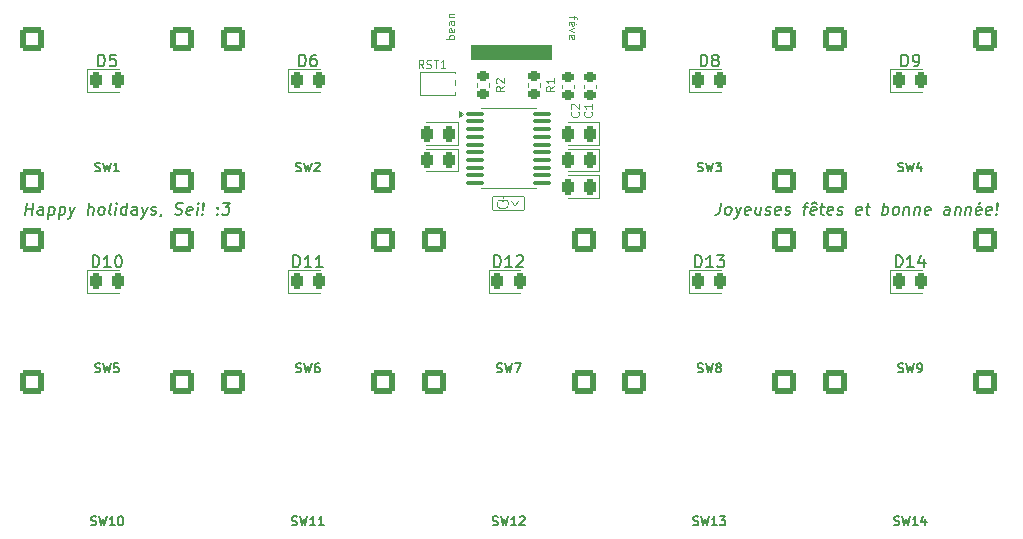
<source format=gbr>
%TF.GenerationSoftware,KiCad,Pcbnew,9.0.6*%
%TF.CreationDate,2025-12-18T00:43:41-05:00*%
%TF.ProjectId,secret-santa-2025,73656372-6574-42d7-9361-6e74612d3230,rev?*%
%TF.SameCoordinates,Original*%
%TF.FileFunction,Legend,Top*%
%TF.FilePolarity,Positive*%
%FSLAX46Y46*%
G04 Gerber Fmt 4.6, Leading zero omitted, Abs format (unit mm)*
G04 Created by KiCad (PCBNEW 9.0.6) date 2025-12-18 00:43:41*
%MOMM*%
%LPD*%
G01*
G04 APERTURE LIST*
G04 Aperture macros list*
%AMRoundRect*
0 Rectangle with rounded corners*
0 $1 Rounding radius*
0 $2 $3 $4 $5 $6 $7 $8 $9 X,Y pos of 4 corners*
0 Add a 4 corners polygon primitive as box body*
4,1,4,$2,$3,$4,$5,$6,$7,$8,$9,$2,$3,0*
0 Add four circle primitives for the rounded corners*
1,1,$1+$1,$2,$3*
1,1,$1+$1,$4,$5*
1,1,$1+$1,$6,$7*
1,1,$1+$1,$8,$9*
0 Add four rect primitives between the rounded corners*
20,1,$1+$1,$2,$3,$4,$5,0*
20,1,$1+$1,$4,$5,$6,$7,0*
20,1,$1+$1,$6,$7,$8,$9,0*
20,1,$1+$1,$8,$9,$2,$3,0*%
G04 Aperture macros list end*
%ADD10C,0.100000*%
%ADD11C,0.150000*%
%ADD12C,0.120000*%
%ADD13C,0.000000*%
%ADD14RoundRect,0.243750X-0.243750X-0.456250X0.243750X-0.456250X0.243750X0.456250X-0.243750X0.456250X0*%
%ADD15C,2.000000*%
%ADD16R,2.000000X2.000000*%
%ADD17RoundRect,0.243750X0.243750X0.456250X-0.243750X0.456250X-0.243750X-0.456250X0.243750X-0.456250X0*%
%ADD18RoundRect,0.250000X-0.750000X-0.750000X0.750000X-0.750000X0.750000X0.750000X-0.750000X0.750000X0*%
%ADD19R,0.250000X2.400000*%
%ADD20R,0.250000X2.050000*%
%ADD21R,0.250000X1.850000*%
%ADD22RoundRect,0.225000X0.250000X-0.225000X0.250000X0.225000X-0.250000X0.225000X-0.250000X-0.225000X0*%
%ADD23R,0.550000X0.500000*%
%ADD24RoundRect,0.225000X-0.250000X0.225000X-0.250000X-0.225000X0.250000X-0.225000X0.250000X0.225000X0*%
%ADD25RoundRect,0.100000X-0.637500X-0.100000X0.637500X-0.100000X0.637500X0.100000X-0.637500X0.100000X0*%
G04 APERTURE END LIST*
D10*
X93159133Y-57767544D02*
X92459133Y-57767544D01*
X92725800Y-57767544D02*
X92692466Y-57700877D01*
X92692466Y-57700877D02*
X92692466Y-57567544D01*
X92692466Y-57567544D02*
X92725800Y-57500877D01*
X92725800Y-57500877D02*
X92759133Y-57467544D01*
X92759133Y-57467544D02*
X92825800Y-57434211D01*
X92825800Y-57434211D02*
X93025800Y-57434211D01*
X93025800Y-57434211D02*
X93092466Y-57467544D01*
X93092466Y-57467544D02*
X93125800Y-57500877D01*
X93125800Y-57500877D02*
X93159133Y-57567544D01*
X93159133Y-57567544D02*
X93159133Y-57700877D01*
X93159133Y-57700877D02*
X93125800Y-57767544D01*
X93125800Y-56867544D02*
X93159133Y-56934211D01*
X93159133Y-56934211D02*
X93159133Y-57067544D01*
X93159133Y-57067544D02*
X93125800Y-57134211D01*
X93125800Y-57134211D02*
X93059133Y-57167544D01*
X93059133Y-57167544D02*
X92792466Y-57167544D01*
X92792466Y-57167544D02*
X92725800Y-57134211D01*
X92725800Y-57134211D02*
X92692466Y-57067544D01*
X92692466Y-57067544D02*
X92692466Y-56934211D01*
X92692466Y-56934211D02*
X92725800Y-56867544D01*
X92725800Y-56867544D02*
X92792466Y-56834211D01*
X92792466Y-56834211D02*
X92859133Y-56834211D01*
X92859133Y-56834211D02*
X92925800Y-57167544D01*
X93159133Y-56234211D02*
X92792466Y-56234211D01*
X92792466Y-56234211D02*
X92725800Y-56267544D01*
X92725800Y-56267544D02*
X92692466Y-56334211D01*
X92692466Y-56334211D02*
X92692466Y-56467544D01*
X92692466Y-56467544D02*
X92725800Y-56534211D01*
X93125800Y-56234211D02*
X93159133Y-56300878D01*
X93159133Y-56300878D02*
X93159133Y-56467544D01*
X93159133Y-56467544D02*
X93125800Y-56534211D01*
X93125800Y-56534211D02*
X93059133Y-56567544D01*
X93059133Y-56567544D02*
X92992466Y-56567544D01*
X92992466Y-56567544D02*
X92925800Y-56534211D01*
X92925800Y-56534211D02*
X92892466Y-56467544D01*
X92892466Y-56467544D02*
X92892466Y-56300878D01*
X92892466Y-56300878D02*
X92859133Y-56234211D01*
X92692466Y-55900878D02*
X93159133Y-55900878D01*
X92759133Y-55900878D02*
X92725800Y-55867545D01*
X92725800Y-55867545D02*
X92692466Y-55800878D01*
X92692466Y-55800878D02*
X92692466Y-55700878D01*
X92692466Y-55700878D02*
X92725800Y-55634211D01*
X92725800Y-55634211D02*
X92792466Y-55600878D01*
X92792466Y-55600878D02*
X93159133Y-55600878D01*
X103307533Y-55812455D02*
X103307533Y-56079122D01*
X102840866Y-55912455D02*
X103440866Y-55912455D01*
X103440866Y-55912455D02*
X103507533Y-55945789D01*
X103507533Y-55945789D02*
X103540866Y-56012455D01*
X103540866Y-56012455D02*
X103540866Y-56079122D01*
X102874200Y-56579122D02*
X102840866Y-56512455D01*
X102840866Y-56512455D02*
X102840866Y-56379122D01*
X102840866Y-56379122D02*
X102874200Y-56312455D01*
X102874200Y-56312455D02*
X102940866Y-56279122D01*
X102940866Y-56279122D02*
X103207533Y-56279122D01*
X103207533Y-56279122D02*
X103274200Y-56312455D01*
X103274200Y-56312455D02*
X103307533Y-56379122D01*
X103307533Y-56379122D02*
X103307533Y-56512455D01*
X103307533Y-56512455D02*
X103274200Y-56579122D01*
X103274200Y-56579122D02*
X103207533Y-56612455D01*
X103207533Y-56612455D02*
X103140866Y-56612455D01*
X103140866Y-56612455D02*
X103074200Y-56279122D01*
X103574200Y-56379122D02*
X103474200Y-56479122D01*
X103307533Y-56845789D02*
X102840866Y-57012455D01*
X102840866Y-57012455D02*
X103307533Y-57179122D01*
X102874200Y-57712455D02*
X102840866Y-57645788D01*
X102840866Y-57645788D02*
X102840866Y-57512455D01*
X102840866Y-57512455D02*
X102874200Y-57445788D01*
X102874200Y-57445788D02*
X102940866Y-57412455D01*
X102940866Y-57412455D02*
X103207533Y-57412455D01*
X103207533Y-57412455D02*
X103274200Y-57445788D01*
X103274200Y-57445788D02*
X103307533Y-57512455D01*
X103307533Y-57512455D02*
X103307533Y-57645788D01*
X103307533Y-57645788D02*
X103274200Y-57712455D01*
X103274200Y-57712455D02*
X103207533Y-57745788D01*
X103207533Y-57745788D02*
X103140866Y-57745788D01*
X103140866Y-57745788D02*
X103074200Y-57412455D01*
D11*
X56830826Y-72619819D02*
X56955826Y-71619819D01*
X56896303Y-72096009D02*
X57467731Y-72096009D01*
X57402255Y-72619819D02*
X57527255Y-71619819D01*
X58307017Y-72619819D02*
X58372493Y-72096009D01*
X58372493Y-72096009D02*
X58336779Y-72000771D01*
X58336779Y-72000771D02*
X58247493Y-71953152D01*
X58247493Y-71953152D02*
X58057017Y-71953152D01*
X58057017Y-71953152D02*
X57955826Y-72000771D01*
X58312969Y-72572200D02*
X58211779Y-72619819D01*
X58211779Y-72619819D02*
X57973683Y-72619819D01*
X57973683Y-72619819D02*
X57884398Y-72572200D01*
X57884398Y-72572200D02*
X57848683Y-72476961D01*
X57848683Y-72476961D02*
X57860588Y-72381723D01*
X57860588Y-72381723D02*
X57920112Y-72286485D01*
X57920112Y-72286485D02*
X58021303Y-72238866D01*
X58021303Y-72238866D02*
X58259398Y-72238866D01*
X58259398Y-72238866D02*
X58360588Y-72191247D01*
X58866541Y-71953152D02*
X58741541Y-72953152D01*
X58860588Y-72000771D02*
X58961779Y-71953152D01*
X58961779Y-71953152D02*
X59152255Y-71953152D01*
X59152255Y-71953152D02*
X59241541Y-72000771D01*
X59241541Y-72000771D02*
X59283207Y-72048390D01*
X59283207Y-72048390D02*
X59318922Y-72143628D01*
X59318922Y-72143628D02*
X59283207Y-72429342D01*
X59283207Y-72429342D02*
X59223684Y-72524580D01*
X59223684Y-72524580D02*
X59170112Y-72572200D01*
X59170112Y-72572200D02*
X59068922Y-72619819D01*
X59068922Y-72619819D02*
X58878445Y-72619819D01*
X58878445Y-72619819D02*
X58789160Y-72572200D01*
X59771303Y-71953152D02*
X59646303Y-72953152D01*
X59765350Y-72000771D02*
X59866541Y-71953152D01*
X59866541Y-71953152D02*
X60057017Y-71953152D01*
X60057017Y-71953152D02*
X60146303Y-72000771D01*
X60146303Y-72000771D02*
X60187969Y-72048390D01*
X60187969Y-72048390D02*
X60223684Y-72143628D01*
X60223684Y-72143628D02*
X60187969Y-72429342D01*
X60187969Y-72429342D02*
X60128446Y-72524580D01*
X60128446Y-72524580D02*
X60074874Y-72572200D01*
X60074874Y-72572200D02*
X59973684Y-72619819D01*
X59973684Y-72619819D02*
X59783207Y-72619819D01*
X59783207Y-72619819D02*
X59693922Y-72572200D01*
X60580827Y-71953152D02*
X60735589Y-72619819D01*
X61057017Y-71953152D02*
X60735589Y-72619819D01*
X60735589Y-72619819D02*
X60610589Y-72857914D01*
X60610589Y-72857914D02*
X60557017Y-72905533D01*
X60557017Y-72905533D02*
X60455827Y-72953152D01*
X62116541Y-72619819D02*
X62241541Y-71619819D01*
X62545113Y-72619819D02*
X62610589Y-72096009D01*
X62610589Y-72096009D02*
X62574875Y-72000771D01*
X62574875Y-72000771D02*
X62485589Y-71953152D01*
X62485589Y-71953152D02*
X62342732Y-71953152D01*
X62342732Y-71953152D02*
X62241541Y-72000771D01*
X62241541Y-72000771D02*
X62187970Y-72048390D01*
X63164161Y-72619819D02*
X63074875Y-72572200D01*
X63074875Y-72572200D02*
X63033208Y-72524580D01*
X63033208Y-72524580D02*
X62997494Y-72429342D01*
X62997494Y-72429342D02*
X63033208Y-72143628D01*
X63033208Y-72143628D02*
X63092732Y-72048390D01*
X63092732Y-72048390D02*
X63146303Y-72000771D01*
X63146303Y-72000771D02*
X63247494Y-71953152D01*
X63247494Y-71953152D02*
X63390351Y-71953152D01*
X63390351Y-71953152D02*
X63479637Y-72000771D01*
X63479637Y-72000771D02*
X63521303Y-72048390D01*
X63521303Y-72048390D02*
X63557018Y-72143628D01*
X63557018Y-72143628D02*
X63521303Y-72429342D01*
X63521303Y-72429342D02*
X63461780Y-72524580D01*
X63461780Y-72524580D02*
X63408208Y-72572200D01*
X63408208Y-72572200D02*
X63307018Y-72619819D01*
X63307018Y-72619819D02*
X63164161Y-72619819D01*
X64068923Y-72619819D02*
X63979637Y-72572200D01*
X63979637Y-72572200D02*
X63943923Y-72476961D01*
X63943923Y-72476961D02*
X64051065Y-71619819D01*
X64449875Y-72619819D02*
X64533209Y-71953152D01*
X64574875Y-71619819D02*
X64521304Y-71667438D01*
X64521304Y-71667438D02*
X64562971Y-71715057D01*
X64562971Y-71715057D02*
X64616542Y-71667438D01*
X64616542Y-71667438D02*
X64574875Y-71619819D01*
X64574875Y-71619819D02*
X64562971Y-71715057D01*
X65354637Y-72619819D02*
X65479637Y-71619819D01*
X65360589Y-72572200D02*
X65259399Y-72619819D01*
X65259399Y-72619819D02*
X65068923Y-72619819D01*
X65068923Y-72619819D02*
X64979637Y-72572200D01*
X64979637Y-72572200D02*
X64937970Y-72524580D01*
X64937970Y-72524580D02*
X64902256Y-72429342D01*
X64902256Y-72429342D02*
X64937970Y-72143628D01*
X64937970Y-72143628D02*
X64997494Y-72048390D01*
X64997494Y-72048390D02*
X65051065Y-72000771D01*
X65051065Y-72000771D02*
X65152256Y-71953152D01*
X65152256Y-71953152D02*
X65342732Y-71953152D01*
X65342732Y-71953152D02*
X65432018Y-72000771D01*
X66259399Y-72619819D02*
X66324875Y-72096009D01*
X66324875Y-72096009D02*
X66289161Y-72000771D01*
X66289161Y-72000771D02*
X66199875Y-71953152D01*
X66199875Y-71953152D02*
X66009399Y-71953152D01*
X66009399Y-71953152D02*
X65908208Y-72000771D01*
X66265351Y-72572200D02*
X66164161Y-72619819D01*
X66164161Y-72619819D02*
X65926065Y-72619819D01*
X65926065Y-72619819D02*
X65836780Y-72572200D01*
X65836780Y-72572200D02*
X65801065Y-72476961D01*
X65801065Y-72476961D02*
X65812970Y-72381723D01*
X65812970Y-72381723D02*
X65872494Y-72286485D01*
X65872494Y-72286485D02*
X65973685Y-72238866D01*
X65973685Y-72238866D02*
X66211780Y-72238866D01*
X66211780Y-72238866D02*
X66312970Y-72191247D01*
X66723685Y-71953152D02*
X66878447Y-72619819D01*
X67199875Y-71953152D02*
X66878447Y-72619819D01*
X66878447Y-72619819D02*
X66753447Y-72857914D01*
X66753447Y-72857914D02*
X66699875Y-72905533D01*
X66699875Y-72905533D02*
X66598685Y-72953152D01*
X67455828Y-72572200D02*
X67545113Y-72619819D01*
X67545113Y-72619819D02*
X67735590Y-72619819D01*
X67735590Y-72619819D02*
X67836780Y-72572200D01*
X67836780Y-72572200D02*
X67896304Y-72476961D01*
X67896304Y-72476961D02*
X67902256Y-72429342D01*
X67902256Y-72429342D02*
X67866542Y-72334104D01*
X67866542Y-72334104D02*
X67777256Y-72286485D01*
X67777256Y-72286485D02*
X67634399Y-72286485D01*
X67634399Y-72286485D02*
X67545113Y-72238866D01*
X67545113Y-72238866D02*
X67509399Y-72143628D01*
X67509399Y-72143628D02*
X67515352Y-72096009D01*
X67515352Y-72096009D02*
X67574875Y-72000771D01*
X67574875Y-72000771D02*
X67676066Y-71953152D01*
X67676066Y-71953152D02*
X67818923Y-71953152D01*
X67818923Y-71953152D02*
X67908209Y-72000771D01*
X68360590Y-72572200D02*
X68354637Y-72619819D01*
X68354637Y-72619819D02*
X68295114Y-72715057D01*
X68295114Y-72715057D02*
X68241542Y-72762676D01*
X69503447Y-72572200D02*
X69640351Y-72619819D01*
X69640351Y-72619819D02*
X69878447Y-72619819D01*
X69878447Y-72619819D02*
X69979637Y-72572200D01*
X69979637Y-72572200D02*
X70033209Y-72524580D01*
X70033209Y-72524580D02*
X70092732Y-72429342D01*
X70092732Y-72429342D02*
X70104637Y-72334104D01*
X70104637Y-72334104D02*
X70068923Y-72238866D01*
X70068923Y-72238866D02*
X70027256Y-72191247D01*
X70027256Y-72191247D02*
X69937971Y-72143628D01*
X69937971Y-72143628D02*
X69753447Y-72096009D01*
X69753447Y-72096009D02*
X69664161Y-72048390D01*
X69664161Y-72048390D02*
X69622494Y-72000771D01*
X69622494Y-72000771D02*
X69586780Y-71905533D01*
X69586780Y-71905533D02*
X69598685Y-71810295D01*
X69598685Y-71810295D02*
X69658209Y-71715057D01*
X69658209Y-71715057D02*
X69711780Y-71667438D01*
X69711780Y-71667438D02*
X69812971Y-71619819D01*
X69812971Y-71619819D02*
X70051066Y-71619819D01*
X70051066Y-71619819D02*
X70187971Y-71667438D01*
X70884399Y-72572200D02*
X70783209Y-72619819D01*
X70783209Y-72619819D02*
X70592732Y-72619819D01*
X70592732Y-72619819D02*
X70503447Y-72572200D01*
X70503447Y-72572200D02*
X70467732Y-72476961D01*
X70467732Y-72476961D02*
X70515352Y-72096009D01*
X70515352Y-72096009D02*
X70574875Y-72000771D01*
X70574875Y-72000771D02*
X70676066Y-71953152D01*
X70676066Y-71953152D02*
X70866542Y-71953152D01*
X70866542Y-71953152D02*
X70955828Y-72000771D01*
X70955828Y-72000771D02*
X70991542Y-72096009D01*
X70991542Y-72096009D02*
X70979637Y-72191247D01*
X70979637Y-72191247D02*
X70491542Y-72286485D01*
X71354637Y-72619819D02*
X71437971Y-71953152D01*
X71479637Y-71619819D02*
X71426066Y-71667438D01*
X71426066Y-71667438D02*
X71467733Y-71715057D01*
X71467733Y-71715057D02*
X71521304Y-71667438D01*
X71521304Y-71667438D02*
X71479637Y-71619819D01*
X71479637Y-71619819D02*
X71467733Y-71715057D01*
X71842732Y-72524580D02*
X71884399Y-72572200D01*
X71884399Y-72572200D02*
X71830827Y-72619819D01*
X71830827Y-72619819D02*
X71789161Y-72572200D01*
X71789161Y-72572200D02*
X71842732Y-72524580D01*
X71842732Y-72524580D02*
X71830827Y-72619819D01*
X71878446Y-72238866D02*
X71902256Y-71667438D01*
X71902256Y-71667438D02*
X71955827Y-71619819D01*
X71955827Y-71619819D02*
X71997494Y-71667438D01*
X71997494Y-71667438D02*
X71878446Y-72238866D01*
X71878446Y-72238866D02*
X71955827Y-71619819D01*
X73080827Y-72524580D02*
X73122494Y-72572200D01*
X73122494Y-72572200D02*
X73068922Y-72619819D01*
X73068922Y-72619819D02*
X73027256Y-72572200D01*
X73027256Y-72572200D02*
X73080827Y-72524580D01*
X73080827Y-72524580D02*
X73068922Y-72619819D01*
X73146303Y-72000771D02*
X73187970Y-72048390D01*
X73187970Y-72048390D02*
X73134399Y-72096009D01*
X73134399Y-72096009D02*
X73092732Y-72048390D01*
X73092732Y-72048390D02*
X73146303Y-72000771D01*
X73146303Y-72000771D02*
X73134399Y-72096009D01*
X73574874Y-71619819D02*
X74193922Y-71619819D01*
X74193922Y-71619819D02*
X73812970Y-72000771D01*
X73812970Y-72000771D02*
X73955827Y-72000771D01*
X73955827Y-72000771D02*
X74045112Y-72048390D01*
X74045112Y-72048390D02*
X74086779Y-72096009D01*
X74086779Y-72096009D02*
X74122493Y-72191247D01*
X74122493Y-72191247D02*
X74092731Y-72429342D01*
X74092731Y-72429342D02*
X74033208Y-72524580D01*
X74033208Y-72524580D02*
X73979636Y-72572200D01*
X73979636Y-72572200D02*
X73878446Y-72619819D01*
X73878446Y-72619819D02*
X73592731Y-72619819D01*
X73592731Y-72619819D02*
X73503446Y-72572200D01*
X73503446Y-72572200D02*
X73461779Y-72524580D01*
X115741541Y-71619819D02*
X115652255Y-72334104D01*
X115652255Y-72334104D02*
X115586779Y-72476961D01*
X115586779Y-72476961D02*
X115479636Y-72572200D01*
X115479636Y-72572200D02*
X115330826Y-72619819D01*
X115330826Y-72619819D02*
X115235588Y-72619819D01*
X116235589Y-72619819D02*
X116146303Y-72572200D01*
X116146303Y-72572200D02*
X116104636Y-72524580D01*
X116104636Y-72524580D02*
X116068922Y-72429342D01*
X116068922Y-72429342D02*
X116104636Y-72143628D01*
X116104636Y-72143628D02*
X116164160Y-72048390D01*
X116164160Y-72048390D02*
X116217731Y-72000771D01*
X116217731Y-72000771D02*
X116318922Y-71953152D01*
X116318922Y-71953152D02*
X116461779Y-71953152D01*
X116461779Y-71953152D02*
X116551065Y-72000771D01*
X116551065Y-72000771D02*
X116592731Y-72048390D01*
X116592731Y-72048390D02*
X116628446Y-72143628D01*
X116628446Y-72143628D02*
X116592731Y-72429342D01*
X116592731Y-72429342D02*
X116533208Y-72524580D01*
X116533208Y-72524580D02*
X116479636Y-72572200D01*
X116479636Y-72572200D02*
X116378446Y-72619819D01*
X116378446Y-72619819D02*
X116235589Y-72619819D01*
X116985589Y-71953152D02*
X117140351Y-72619819D01*
X117461779Y-71953152D02*
X117140351Y-72619819D01*
X117140351Y-72619819D02*
X117015351Y-72857914D01*
X117015351Y-72857914D02*
X116961779Y-72905533D01*
X116961779Y-72905533D02*
X116860589Y-72953152D01*
X118146303Y-72572200D02*
X118045113Y-72619819D01*
X118045113Y-72619819D02*
X117854636Y-72619819D01*
X117854636Y-72619819D02*
X117765351Y-72572200D01*
X117765351Y-72572200D02*
X117729636Y-72476961D01*
X117729636Y-72476961D02*
X117777256Y-72096009D01*
X117777256Y-72096009D02*
X117836779Y-72000771D01*
X117836779Y-72000771D02*
X117937970Y-71953152D01*
X117937970Y-71953152D02*
X118128446Y-71953152D01*
X118128446Y-71953152D02*
X118217732Y-72000771D01*
X118217732Y-72000771D02*
X118253446Y-72096009D01*
X118253446Y-72096009D02*
X118241541Y-72191247D01*
X118241541Y-72191247D02*
X117753446Y-72286485D01*
X119128446Y-71953152D02*
X119045113Y-72619819D01*
X118699875Y-71953152D02*
X118634399Y-72476961D01*
X118634399Y-72476961D02*
X118670113Y-72572200D01*
X118670113Y-72572200D02*
X118759399Y-72619819D01*
X118759399Y-72619819D02*
X118902256Y-72619819D01*
X118902256Y-72619819D02*
X119003446Y-72572200D01*
X119003446Y-72572200D02*
X119057018Y-72524580D01*
X119479637Y-72572200D02*
X119568922Y-72619819D01*
X119568922Y-72619819D02*
X119759399Y-72619819D01*
X119759399Y-72619819D02*
X119860589Y-72572200D01*
X119860589Y-72572200D02*
X119920113Y-72476961D01*
X119920113Y-72476961D02*
X119926065Y-72429342D01*
X119926065Y-72429342D02*
X119890351Y-72334104D01*
X119890351Y-72334104D02*
X119801065Y-72286485D01*
X119801065Y-72286485D02*
X119658208Y-72286485D01*
X119658208Y-72286485D02*
X119568922Y-72238866D01*
X119568922Y-72238866D02*
X119533208Y-72143628D01*
X119533208Y-72143628D02*
X119539161Y-72096009D01*
X119539161Y-72096009D02*
X119598684Y-72000771D01*
X119598684Y-72000771D02*
X119699875Y-71953152D01*
X119699875Y-71953152D02*
X119842732Y-71953152D01*
X119842732Y-71953152D02*
X119932018Y-72000771D01*
X120717732Y-72572200D02*
X120616542Y-72619819D01*
X120616542Y-72619819D02*
X120426065Y-72619819D01*
X120426065Y-72619819D02*
X120336780Y-72572200D01*
X120336780Y-72572200D02*
X120301065Y-72476961D01*
X120301065Y-72476961D02*
X120348685Y-72096009D01*
X120348685Y-72096009D02*
X120408208Y-72000771D01*
X120408208Y-72000771D02*
X120509399Y-71953152D01*
X120509399Y-71953152D02*
X120699875Y-71953152D01*
X120699875Y-71953152D02*
X120789161Y-72000771D01*
X120789161Y-72000771D02*
X120824875Y-72096009D01*
X120824875Y-72096009D02*
X120812970Y-72191247D01*
X120812970Y-72191247D02*
X120324875Y-72286485D01*
X121146304Y-72572200D02*
X121235589Y-72619819D01*
X121235589Y-72619819D02*
X121426066Y-72619819D01*
X121426066Y-72619819D02*
X121527256Y-72572200D01*
X121527256Y-72572200D02*
X121586780Y-72476961D01*
X121586780Y-72476961D02*
X121592732Y-72429342D01*
X121592732Y-72429342D02*
X121557018Y-72334104D01*
X121557018Y-72334104D02*
X121467732Y-72286485D01*
X121467732Y-72286485D02*
X121324875Y-72286485D01*
X121324875Y-72286485D02*
X121235589Y-72238866D01*
X121235589Y-72238866D02*
X121199875Y-72143628D01*
X121199875Y-72143628D02*
X121205828Y-72096009D01*
X121205828Y-72096009D02*
X121265351Y-72000771D01*
X121265351Y-72000771D02*
X121366542Y-71953152D01*
X121366542Y-71953152D02*
X121509399Y-71953152D01*
X121509399Y-71953152D02*
X121598685Y-72000771D01*
X122699876Y-71953152D02*
X123080828Y-71953152D01*
X122759399Y-72619819D02*
X122866542Y-71762676D01*
X122866542Y-71762676D02*
X122926066Y-71667438D01*
X122926066Y-71667438D02*
X123027257Y-71619819D01*
X123027257Y-71619819D02*
X123122495Y-71619819D01*
X123717733Y-72572200D02*
X123616543Y-72619819D01*
X123616543Y-72619819D02*
X123426066Y-72619819D01*
X123426066Y-72619819D02*
X123336781Y-72572200D01*
X123336781Y-72572200D02*
X123301066Y-72476961D01*
X123301066Y-72476961D02*
X123348686Y-72096009D01*
X123348686Y-72096009D02*
X123408209Y-72000771D01*
X123408209Y-72000771D02*
X123509400Y-71953152D01*
X123509400Y-71953152D02*
X123699876Y-71953152D01*
X123699876Y-71953152D02*
X123789162Y-72000771D01*
X123789162Y-72000771D02*
X123824876Y-72096009D01*
X123824876Y-72096009D02*
X123812971Y-72191247D01*
X123812971Y-72191247D02*
X123324876Y-72286485D01*
X123443924Y-71715057D02*
X123652257Y-71572200D01*
X123652257Y-71572200D02*
X123824876Y-71715057D01*
X124128448Y-71953152D02*
X124509400Y-71953152D01*
X124312971Y-71619819D02*
X124205829Y-72476961D01*
X124205829Y-72476961D02*
X124241543Y-72572200D01*
X124241543Y-72572200D02*
X124330829Y-72619819D01*
X124330829Y-72619819D02*
X124426067Y-72619819D01*
X125146305Y-72572200D02*
X125045115Y-72619819D01*
X125045115Y-72619819D02*
X124854638Y-72619819D01*
X124854638Y-72619819D02*
X124765353Y-72572200D01*
X124765353Y-72572200D02*
X124729638Y-72476961D01*
X124729638Y-72476961D02*
X124777258Y-72096009D01*
X124777258Y-72096009D02*
X124836781Y-72000771D01*
X124836781Y-72000771D02*
X124937972Y-71953152D01*
X124937972Y-71953152D02*
X125128448Y-71953152D01*
X125128448Y-71953152D02*
X125217734Y-72000771D01*
X125217734Y-72000771D02*
X125253448Y-72096009D01*
X125253448Y-72096009D02*
X125241543Y-72191247D01*
X125241543Y-72191247D02*
X124753448Y-72286485D01*
X125574877Y-72572200D02*
X125664162Y-72619819D01*
X125664162Y-72619819D02*
X125854639Y-72619819D01*
X125854639Y-72619819D02*
X125955829Y-72572200D01*
X125955829Y-72572200D02*
X126015353Y-72476961D01*
X126015353Y-72476961D02*
X126021305Y-72429342D01*
X126021305Y-72429342D02*
X125985591Y-72334104D01*
X125985591Y-72334104D02*
X125896305Y-72286485D01*
X125896305Y-72286485D02*
X125753448Y-72286485D01*
X125753448Y-72286485D02*
X125664162Y-72238866D01*
X125664162Y-72238866D02*
X125628448Y-72143628D01*
X125628448Y-72143628D02*
X125634401Y-72096009D01*
X125634401Y-72096009D02*
X125693924Y-72000771D01*
X125693924Y-72000771D02*
X125795115Y-71953152D01*
X125795115Y-71953152D02*
X125937972Y-71953152D01*
X125937972Y-71953152D02*
X126027258Y-72000771D01*
X127574877Y-72572200D02*
X127473687Y-72619819D01*
X127473687Y-72619819D02*
X127283210Y-72619819D01*
X127283210Y-72619819D02*
X127193925Y-72572200D01*
X127193925Y-72572200D02*
X127158210Y-72476961D01*
X127158210Y-72476961D02*
X127205830Y-72096009D01*
X127205830Y-72096009D02*
X127265353Y-72000771D01*
X127265353Y-72000771D02*
X127366544Y-71953152D01*
X127366544Y-71953152D02*
X127557020Y-71953152D01*
X127557020Y-71953152D02*
X127646306Y-72000771D01*
X127646306Y-72000771D02*
X127682020Y-72096009D01*
X127682020Y-72096009D02*
X127670115Y-72191247D01*
X127670115Y-72191247D02*
X127182020Y-72286485D01*
X127985592Y-71953152D02*
X128366544Y-71953152D01*
X128170115Y-71619819D02*
X128062973Y-72476961D01*
X128062973Y-72476961D02*
X128098687Y-72572200D01*
X128098687Y-72572200D02*
X128187973Y-72619819D01*
X128187973Y-72619819D02*
X128283211Y-72619819D01*
X129378449Y-72619819D02*
X129503449Y-71619819D01*
X129455830Y-72000771D02*
X129557021Y-71953152D01*
X129557021Y-71953152D02*
X129747497Y-71953152D01*
X129747497Y-71953152D02*
X129836783Y-72000771D01*
X129836783Y-72000771D02*
X129878449Y-72048390D01*
X129878449Y-72048390D02*
X129914164Y-72143628D01*
X129914164Y-72143628D02*
X129878449Y-72429342D01*
X129878449Y-72429342D02*
X129818926Y-72524580D01*
X129818926Y-72524580D02*
X129765354Y-72572200D01*
X129765354Y-72572200D02*
X129664164Y-72619819D01*
X129664164Y-72619819D02*
X129473687Y-72619819D01*
X129473687Y-72619819D02*
X129384402Y-72572200D01*
X130426069Y-72619819D02*
X130336783Y-72572200D01*
X130336783Y-72572200D02*
X130295116Y-72524580D01*
X130295116Y-72524580D02*
X130259402Y-72429342D01*
X130259402Y-72429342D02*
X130295116Y-72143628D01*
X130295116Y-72143628D02*
X130354640Y-72048390D01*
X130354640Y-72048390D02*
X130408211Y-72000771D01*
X130408211Y-72000771D02*
X130509402Y-71953152D01*
X130509402Y-71953152D02*
X130652259Y-71953152D01*
X130652259Y-71953152D02*
X130741545Y-72000771D01*
X130741545Y-72000771D02*
X130783211Y-72048390D01*
X130783211Y-72048390D02*
X130818926Y-72143628D01*
X130818926Y-72143628D02*
X130783211Y-72429342D01*
X130783211Y-72429342D02*
X130723688Y-72524580D01*
X130723688Y-72524580D02*
X130670116Y-72572200D01*
X130670116Y-72572200D02*
X130568926Y-72619819D01*
X130568926Y-72619819D02*
X130426069Y-72619819D01*
X131271307Y-71953152D02*
X131187973Y-72619819D01*
X131259402Y-72048390D02*
X131312973Y-72000771D01*
X131312973Y-72000771D02*
X131414164Y-71953152D01*
X131414164Y-71953152D02*
X131557021Y-71953152D01*
X131557021Y-71953152D02*
X131646307Y-72000771D01*
X131646307Y-72000771D02*
X131682021Y-72096009D01*
X131682021Y-72096009D02*
X131616545Y-72619819D01*
X132176069Y-71953152D02*
X132092735Y-72619819D01*
X132164164Y-72048390D02*
X132217735Y-72000771D01*
X132217735Y-72000771D02*
X132318926Y-71953152D01*
X132318926Y-71953152D02*
X132461783Y-71953152D01*
X132461783Y-71953152D02*
X132551069Y-72000771D01*
X132551069Y-72000771D02*
X132586783Y-72096009D01*
X132586783Y-72096009D02*
X132521307Y-72619819D01*
X133384402Y-72572200D02*
X133283212Y-72619819D01*
X133283212Y-72619819D02*
X133092735Y-72619819D01*
X133092735Y-72619819D02*
X133003450Y-72572200D01*
X133003450Y-72572200D02*
X132967735Y-72476961D01*
X132967735Y-72476961D02*
X133015355Y-72096009D01*
X133015355Y-72096009D02*
X133074878Y-72000771D01*
X133074878Y-72000771D02*
X133176069Y-71953152D01*
X133176069Y-71953152D02*
X133366545Y-71953152D01*
X133366545Y-71953152D02*
X133455831Y-72000771D01*
X133455831Y-72000771D02*
X133491545Y-72096009D01*
X133491545Y-72096009D02*
X133479640Y-72191247D01*
X133479640Y-72191247D02*
X132991545Y-72286485D01*
X135045117Y-72619819D02*
X135110593Y-72096009D01*
X135110593Y-72096009D02*
X135074879Y-72000771D01*
X135074879Y-72000771D02*
X134985593Y-71953152D01*
X134985593Y-71953152D02*
X134795117Y-71953152D01*
X134795117Y-71953152D02*
X134693926Y-72000771D01*
X135051069Y-72572200D02*
X134949879Y-72619819D01*
X134949879Y-72619819D02*
X134711783Y-72619819D01*
X134711783Y-72619819D02*
X134622498Y-72572200D01*
X134622498Y-72572200D02*
X134586783Y-72476961D01*
X134586783Y-72476961D02*
X134598688Y-72381723D01*
X134598688Y-72381723D02*
X134658212Y-72286485D01*
X134658212Y-72286485D02*
X134759403Y-72238866D01*
X134759403Y-72238866D02*
X134997498Y-72238866D01*
X134997498Y-72238866D02*
X135098688Y-72191247D01*
X135604641Y-71953152D02*
X135521307Y-72619819D01*
X135592736Y-72048390D02*
X135646307Y-72000771D01*
X135646307Y-72000771D02*
X135747498Y-71953152D01*
X135747498Y-71953152D02*
X135890355Y-71953152D01*
X135890355Y-71953152D02*
X135979641Y-72000771D01*
X135979641Y-72000771D02*
X136015355Y-72096009D01*
X136015355Y-72096009D02*
X135949879Y-72619819D01*
X136509403Y-71953152D02*
X136426069Y-72619819D01*
X136497498Y-72048390D02*
X136551069Y-72000771D01*
X136551069Y-72000771D02*
X136652260Y-71953152D01*
X136652260Y-71953152D02*
X136795117Y-71953152D01*
X136795117Y-71953152D02*
X136884403Y-72000771D01*
X136884403Y-72000771D02*
X136920117Y-72096009D01*
X136920117Y-72096009D02*
X136854641Y-72619819D01*
X137717736Y-72572200D02*
X137616546Y-72619819D01*
X137616546Y-72619819D02*
X137426069Y-72619819D01*
X137426069Y-72619819D02*
X137336784Y-72572200D01*
X137336784Y-72572200D02*
X137301069Y-72476961D01*
X137301069Y-72476961D02*
X137348689Y-72096009D01*
X137348689Y-72096009D02*
X137408212Y-72000771D01*
X137408212Y-72000771D02*
X137509403Y-71953152D01*
X137509403Y-71953152D02*
X137699879Y-71953152D01*
X137699879Y-71953152D02*
X137789165Y-72000771D01*
X137789165Y-72000771D02*
X137824879Y-72096009D01*
X137824879Y-72096009D02*
X137812974Y-72191247D01*
X137812974Y-72191247D02*
X137324879Y-72286485D01*
X137747498Y-71572200D02*
X137586784Y-71715057D01*
X138574879Y-72572200D02*
X138473689Y-72619819D01*
X138473689Y-72619819D02*
X138283212Y-72619819D01*
X138283212Y-72619819D02*
X138193927Y-72572200D01*
X138193927Y-72572200D02*
X138158212Y-72476961D01*
X138158212Y-72476961D02*
X138205832Y-72096009D01*
X138205832Y-72096009D02*
X138265355Y-72000771D01*
X138265355Y-72000771D02*
X138366546Y-71953152D01*
X138366546Y-71953152D02*
X138557022Y-71953152D01*
X138557022Y-71953152D02*
X138646308Y-72000771D01*
X138646308Y-72000771D02*
X138682022Y-72096009D01*
X138682022Y-72096009D02*
X138670117Y-72191247D01*
X138670117Y-72191247D02*
X138182022Y-72286485D01*
X139057022Y-72524580D02*
X139098689Y-72572200D01*
X139098689Y-72572200D02*
X139045117Y-72619819D01*
X139045117Y-72619819D02*
X139003451Y-72572200D01*
X139003451Y-72572200D02*
X139057022Y-72524580D01*
X139057022Y-72524580D02*
X139045117Y-72619819D01*
X139092736Y-72238866D02*
X139116546Y-71667438D01*
X139116546Y-71667438D02*
X139170117Y-71619819D01*
X139170117Y-71619819D02*
X139211784Y-71667438D01*
X139211784Y-71667438D02*
X139092736Y-72238866D01*
X139092736Y-72238866D02*
X139170117Y-71619819D01*
X80011905Y-60054819D02*
X80011905Y-59054819D01*
X80011905Y-59054819D02*
X80250000Y-59054819D01*
X80250000Y-59054819D02*
X80392857Y-59102438D01*
X80392857Y-59102438D02*
X80488095Y-59197676D01*
X80488095Y-59197676D02*
X80535714Y-59292914D01*
X80535714Y-59292914D02*
X80583333Y-59483390D01*
X80583333Y-59483390D02*
X80583333Y-59626247D01*
X80583333Y-59626247D02*
X80535714Y-59816723D01*
X80535714Y-59816723D02*
X80488095Y-59911961D01*
X80488095Y-59911961D02*
X80392857Y-60007200D01*
X80392857Y-60007200D02*
X80250000Y-60054819D01*
X80250000Y-60054819D02*
X80011905Y-60054819D01*
X81440476Y-59054819D02*
X81250000Y-59054819D01*
X81250000Y-59054819D02*
X81154762Y-59102438D01*
X81154762Y-59102438D02*
X81107143Y-59150057D01*
X81107143Y-59150057D02*
X81011905Y-59292914D01*
X81011905Y-59292914D02*
X80964286Y-59483390D01*
X80964286Y-59483390D02*
X80964286Y-59864342D01*
X80964286Y-59864342D02*
X81011905Y-59959580D01*
X81011905Y-59959580D02*
X81059524Y-60007200D01*
X81059524Y-60007200D02*
X81154762Y-60054819D01*
X81154762Y-60054819D02*
X81345238Y-60054819D01*
X81345238Y-60054819D02*
X81440476Y-60007200D01*
X81440476Y-60007200D02*
X81488095Y-59959580D01*
X81488095Y-59959580D02*
X81535714Y-59864342D01*
X81535714Y-59864342D02*
X81535714Y-59626247D01*
X81535714Y-59626247D02*
X81488095Y-59531009D01*
X81488095Y-59531009D02*
X81440476Y-59483390D01*
X81440476Y-59483390D02*
X81345238Y-59435771D01*
X81345238Y-59435771D02*
X81154762Y-59435771D01*
X81154762Y-59435771D02*
X81059524Y-59483390D01*
X81059524Y-59483390D02*
X81011905Y-59531009D01*
X81011905Y-59531009D02*
X80964286Y-59626247D01*
X113392857Y-98878450D02*
X113500000Y-98914164D01*
X113500000Y-98914164D02*
X113678571Y-98914164D01*
X113678571Y-98914164D02*
X113750000Y-98878450D01*
X113750000Y-98878450D02*
X113785714Y-98842735D01*
X113785714Y-98842735D02*
X113821428Y-98771307D01*
X113821428Y-98771307D02*
X113821428Y-98699878D01*
X113821428Y-98699878D02*
X113785714Y-98628450D01*
X113785714Y-98628450D02*
X113750000Y-98592735D01*
X113750000Y-98592735D02*
X113678571Y-98557021D01*
X113678571Y-98557021D02*
X113535714Y-98521307D01*
X113535714Y-98521307D02*
X113464285Y-98485592D01*
X113464285Y-98485592D02*
X113428571Y-98449878D01*
X113428571Y-98449878D02*
X113392857Y-98378450D01*
X113392857Y-98378450D02*
X113392857Y-98307021D01*
X113392857Y-98307021D02*
X113428571Y-98235592D01*
X113428571Y-98235592D02*
X113464285Y-98199878D01*
X113464285Y-98199878D02*
X113535714Y-98164164D01*
X113535714Y-98164164D02*
X113714285Y-98164164D01*
X113714285Y-98164164D02*
X113821428Y-98199878D01*
X114071428Y-98164164D02*
X114250000Y-98914164D01*
X114250000Y-98914164D02*
X114392857Y-98378450D01*
X114392857Y-98378450D02*
X114535714Y-98914164D01*
X114535714Y-98914164D02*
X114714286Y-98164164D01*
X115392857Y-98914164D02*
X114964286Y-98914164D01*
X115178571Y-98914164D02*
X115178571Y-98164164D01*
X115178571Y-98164164D02*
X115107143Y-98271307D01*
X115107143Y-98271307D02*
X115035714Y-98342735D01*
X115035714Y-98342735D02*
X114964286Y-98378450D01*
X115642857Y-98164164D02*
X116107143Y-98164164D01*
X116107143Y-98164164D02*
X115857143Y-98449878D01*
X115857143Y-98449878D02*
X115964286Y-98449878D01*
X115964286Y-98449878D02*
X116035715Y-98485592D01*
X116035715Y-98485592D02*
X116071429Y-98521307D01*
X116071429Y-98521307D02*
X116107143Y-98592735D01*
X116107143Y-98592735D02*
X116107143Y-98771307D01*
X116107143Y-98771307D02*
X116071429Y-98842735D01*
X116071429Y-98842735D02*
X116035715Y-98878450D01*
X116035715Y-98878450D02*
X115964286Y-98914164D01*
X115964286Y-98914164D02*
X115750000Y-98914164D01*
X115750000Y-98914164D02*
X115678572Y-98878450D01*
X115678572Y-98878450D02*
X115642857Y-98842735D01*
X79392857Y-98878450D02*
X79500000Y-98914164D01*
X79500000Y-98914164D02*
X79678571Y-98914164D01*
X79678571Y-98914164D02*
X79750000Y-98878450D01*
X79750000Y-98878450D02*
X79785714Y-98842735D01*
X79785714Y-98842735D02*
X79821428Y-98771307D01*
X79821428Y-98771307D02*
X79821428Y-98699878D01*
X79821428Y-98699878D02*
X79785714Y-98628450D01*
X79785714Y-98628450D02*
X79750000Y-98592735D01*
X79750000Y-98592735D02*
X79678571Y-98557021D01*
X79678571Y-98557021D02*
X79535714Y-98521307D01*
X79535714Y-98521307D02*
X79464285Y-98485592D01*
X79464285Y-98485592D02*
X79428571Y-98449878D01*
X79428571Y-98449878D02*
X79392857Y-98378450D01*
X79392857Y-98378450D02*
X79392857Y-98307021D01*
X79392857Y-98307021D02*
X79428571Y-98235592D01*
X79428571Y-98235592D02*
X79464285Y-98199878D01*
X79464285Y-98199878D02*
X79535714Y-98164164D01*
X79535714Y-98164164D02*
X79714285Y-98164164D01*
X79714285Y-98164164D02*
X79821428Y-98199878D01*
X80071428Y-98164164D02*
X80250000Y-98914164D01*
X80250000Y-98914164D02*
X80392857Y-98378450D01*
X80392857Y-98378450D02*
X80535714Y-98914164D01*
X80535714Y-98914164D02*
X80714286Y-98164164D01*
X81392857Y-98914164D02*
X80964286Y-98914164D01*
X81178571Y-98914164D02*
X81178571Y-98164164D01*
X81178571Y-98164164D02*
X81107143Y-98271307D01*
X81107143Y-98271307D02*
X81035714Y-98342735D01*
X81035714Y-98342735D02*
X80964286Y-98378450D01*
X82107143Y-98914164D02*
X81678572Y-98914164D01*
X81892857Y-98914164D02*
X81892857Y-98164164D01*
X81892857Y-98164164D02*
X81821429Y-98271307D01*
X81821429Y-98271307D02*
X81750000Y-98342735D01*
X81750000Y-98342735D02*
X81678572Y-98378450D01*
X62535714Y-77054819D02*
X62535714Y-76054819D01*
X62535714Y-76054819D02*
X62773809Y-76054819D01*
X62773809Y-76054819D02*
X62916666Y-76102438D01*
X62916666Y-76102438D02*
X63011904Y-76197676D01*
X63011904Y-76197676D02*
X63059523Y-76292914D01*
X63059523Y-76292914D02*
X63107142Y-76483390D01*
X63107142Y-76483390D02*
X63107142Y-76626247D01*
X63107142Y-76626247D02*
X63059523Y-76816723D01*
X63059523Y-76816723D02*
X63011904Y-76911961D01*
X63011904Y-76911961D02*
X62916666Y-77007200D01*
X62916666Y-77007200D02*
X62773809Y-77054819D01*
X62773809Y-77054819D02*
X62535714Y-77054819D01*
X64059523Y-77054819D02*
X63488095Y-77054819D01*
X63773809Y-77054819D02*
X63773809Y-76054819D01*
X63773809Y-76054819D02*
X63678571Y-76197676D01*
X63678571Y-76197676D02*
X63583333Y-76292914D01*
X63583333Y-76292914D02*
X63488095Y-76340533D01*
X64678571Y-76054819D02*
X64773809Y-76054819D01*
X64773809Y-76054819D02*
X64869047Y-76102438D01*
X64869047Y-76102438D02*
X64916666Y-76150057D01*
X64916666Y-76150057D02*
X64964285Y-76245295D01*
X64964285Y-76245295D02*
X65011904Y-76435771D01*
X65011904Y-76435771D02*
X65011904Y-76673866D01*
X65011904Y-76673866D02*
X64964285Y-76864342D01*
X64964285Y-76864342D02*
X64916666Y-76959580D01*
X64916666Y-76959580D02*
X64869047Y-77007200D01*
X64869047Y-77007200D02*
X64773809Y-77054819D01*
X64773809Y-77054819D02*
X64678571Y-77054819D01*
X64678571Y-77054819D02*
X64583333Y-77007200D01*
X64583333Y-77007200D02*
X64535714Y-76959580D01*
X64535714Y-76959580D02*
X64488095Y-76864342D01*
X64488095Y-76864342D02*
X64440476Y-76673866D01*
X64440476Y-76673866D02*
X64440476Y-76435771D01*
X64440476Y-76435771D02*
X64488095Y-76245295D01*
X64488095Y-76245295D02*
X64535714Y-76150057D01*
X64535714Y-76150057D02*
X64583333Y-76102438D01*
X64583333Y-76102438D02*
X64678571Y-76054819D01*
X79750991Y-68918778D02*
X79858134Y-68954492D01*
X79858134Y-68954492D02*
X80036705Y-68954492D01*
X80036705Y-68954492D02*
X80108134Y-68918778D01*
X80108134Y-68918778D02*
X80143848Y-68883063D01*
X80143848Y-68883063D02*
X80179562Y-68811635D01*
X80179562Y-68811635D02*
X80179562Y-68740206D01*
X80179562Y-68740206D02*
X80143848Y-68668778D01*
X80143848Y-68668778D02*
X80108134Y-68633063D01*
X80108134Y-68633063D02*
X80036705Y-68597349D01*
X80036705Y-68597349D02*
X79893848Y-68561635D01*
X79893848Y-68561635D02*
X79822419Y-68525920D01*
X79822419Y-68525920D02*
X79786705Y-68490206D01*
X79786705Y-68490206D02*
X79750991Y-68418778D01*
X79750991Y-68418778D02*
X79750991Y-68347349D01*
X79750991Y-68347349D02*
X79786705Y-68275920D01*
X79786705Y-68275920D02*
X79822419Y-68240206D01*
X79822419Y-68240206D02*
X79893848Y-68204492D01*
X79893848Y-68204492D02*
X80072419Y-68204492D01*
X80072419Y-68204492D02*
X80179562Y-68240206D01*
X80429562Y-68204492D02*
X80608134Y-68954492D01*
X80608134Y-68954492D02*
X80750991Y-68418778D01*
X80750991Y-68418778D02*
X80893848Y-68954492D01*
X80893848Y-68954492D02*
X81072420Y-68204492D01*
X81322420Y-68275920D02*
X81358134Y-68240206D01*
X81358134Y-68240206D02*
X81429563Y-68204492D01*
X81429563Y-68204492D02*
X81608134Y-68204492D01*
X81608134Y-68204492D02*
X81679563Y-68240206D01*
X81679563Y-68240206D02*
X81715277Y-68275920D01*
X81715277Y-68275920D02*
X81750991Y-68347349D01*
X81750991Y-68347349D02*
X81750991Y-68418778D01*
X81750991Y-68418778D02*
X81715277Y-68525920D01*
X81715277Y-68525920D02*
X81286705Y-68954492D01*
X81286705Y-68954492D02*
X81750991Y-68954492D01*
X62750991Y-85918778D02*
X62858134Y-85954492D01*
X62858134Y-85954492D02*
X63036705Y-85954492D01*
X63036705Y-85954492D02*
X63108134Y-85918778D01*
X63108134Y-85918778D02*
X63143848Y-85883063D01*
X63143848Y-85883063D02*
X63179562Y-85811635D01*
X63179562Y-85811635D02*
X63179562Y-85740206D01*
X63179562Y-85740206D02*
X63143848Y-85668778D01*
X63143848Y-85668778D02*
X63108134Y-85633063D01*
X63108134Y-85633063D02*
X63036705Y-85597349D01*
X63036705Y-85597349D02*
X62893848Y-85561635D01*
X62893848Y-85561635D02*
X62822419Y-85525920D01*
X62822419Y-85525920D02*
X62786705Y-85490206D01*
X62786705Y-85490206D02*
X62750991Y-85418778D01*
X62750991Y-85418778D02*
X62750991Y-85347349D01*
X62750991Y-85347349D02*
X62786705Y-85275920D01*
X62786705Y-85275920D02*
X62822419Y-85240206D01*
X62822419Y-85240206D02*
X62893848Y-85204492D01*
X62893848Y-85204492D02*
X63072419Y-85204492D01*
X63072419Y-85204492D02*
X63179562Y-85240206D01*
X63429562Y-85204492D02*
X63608134Y-85954492D01*
X63608134Y-85954492D02*
X63750991Y-85418778D01*
X63750991Y-85418778D02*
X63893848Y-85954492D01*
X63893848Y-85954492D02*
X64072420Y-85204492D01*
X64715277Y-85204492D02*
X64358134Y-85204492D01*
X64358134Y-85204492D02*
X64322420Y-85561635D01*
X64322420Y-85561635D02*
X64358134Y-85525920D01*
X64358134Y-85525920D02*
X64429563Y-85490206D01*
X64429563Y-85490206D02*
X64608134Y-85490206D01*
X64608134Y-85490206D02*
X64679563Y-85525920D01*
X64679563Y-85525920D02*
X64715277Y-85561635D01*
X64715277Y-85561635D02*
X64750991Y-85633063D01*
X64750991Y-85633063D02*
X64750991Y-85811635D01*
X64750991Y-85811635D02*
X64715277Y-85883063D01*
X64715277Y-85883063D02*
X64679563Y-85918778D01*
X64679563Y-85918778D02*
X64608134Y-85954492D01*
X64608134Y-85954492D02*
X64429563Y-85954492D01*
X64429563Y-85954492D02*
X64358134Y-85918778D01*
X64358134Y-85918778D02*
X64322420Y-85883063D01*
X63011905Y-60054819D02*
X63011905Y-59054819D01*
X63011905Y-59054819D02*
X63250000Y-59054819D01*
X63250000Y-59054819D02*
X63392857Y-59102438D01*
X63392857Y-59102438D02*
X63488095Y-59197676D01*
X63488095Y-59197676D02*
X63535714Y-59292914D01*
X63535714Y-59292914D02*
X63583333Y-59483390D01*
X63583333Y-59483390D02*
X63583333Y-59626247D01*
X63583333Y-59626247D02*
X63535714Y-59816723D01*
X63535714Y-59816723D02*
X63488095Y-59911961D01*
X63488095Y-59911961D02*
X63392857Y-60007200D01*
X63392857Y-60007200D02*
X63250000Y-60054819D01*
X63250000Y-60054819D02*
X63011905Y-60054819D01*
X64488095Y-59054819D02*
X64011905Y-59054819D01*
X64011905Y-59054819D02*
X63964286Y-59531009D01*
X63964286Y-59531009D02*
X64011905Y-59483390D01*
X64011905Y-59483390D02*
X64107143Y-59435771D01*
X64107143Y-59435771D02*
X64345238Y-59435771D01*
X64345238Y-59435771D02*
X64440476Y-59483390D01*
X64440476Y-59483390D02*
X64488095Y-59531009D01*
X64488095Y-59531009D02*
X64535714Y-59626247D01*
X64535714Y-59626247D02*
X64535714Y-59864342D01*
X64535714Y-59864342D02*
X64488095Y-59959580D01*
X64488095Y-59959580D02*
X64440476Y-60007200D01*
X64440476Y-60007200D02*
X64345238Y-60054819D01*
X64345238Y-60054819D02*
X64107143Y-60054819D01*
X64107143Y-60054819D02*
X64011905Y-60007200D01*
X64011905Y-60007200D02*
X63964286Y-59959580D01*
X130750991Y-68918778D02*
X130858134Y-68954492D01*
X130858134Y-68954492D02*
X131036705Y-68954492D01*
X131036705Y-68954492D02*
X131108134Y-68918778D01*
X131108134Y-68918778D02*
X131143848Y-68883063D01*
X131143848Y-68883063D02*
X131179562Y-68811635D01*
X131179562Y-68811635D02*
X131179562Y-68740206D01*
X131179562Y-68740206D02*
X131143848Y-68668778D01*
X131143848Y-68668778D02*
X131108134Y-68633063D01*
X131108134Y-68633063D02*
X131036705Y-68597349D01*
X131036705Y-68597349D02*
X130893848Y-68561635D01*
X130893848Y-68561635D02*
X130822419Y-68525920D01*
X130822419Y-68525920D02*
X130786705Y-68490206D01*
X130786705Y-68490206D02*
X130750991Y-68418778D01*
X130750991Y-68418778D02*
X130750991Y-68347349D01*
X130750991Y-68347349D02*
X130786705Y-68275920D01*
X130786705Y-68275920D02*
X130822419Y-68240206D01*
X130822419Y-68240206D02*
X130893848Y-68204492D01*
X130893848Y-68204492D02*
X131072419Y-68204492D01*
X131072419Y-68204492D02*
X131179562Y-68240206D01*
X131429562Y-68204492D02*
X131608134Y-68954492D01*
X131608134Y-68954492D02*
X131750991Y-68418778D01*
X131750991Y-68418778D02*
X131893848Y-68954492D01*
X131893848Y-68954492D02*
X132072420Y-68204492D01*
X132679563Y-68454492D02*
X132679563Y-68954492D01*
X132500991Y-68168778D02*
X132322420Y-68704492D01*
X132322420Y-68704492D02*
X132786705Y-68704492D01*
X131011905Y-60054819D02*
X131011905Y-59054819D01*
X131011905Y-59054819D02*
X131250000Y-59054819D01*
X131250000Y-59054819D02*
X131392857Y-59102438D01*
X131392857Y-59102438D02*
X131488095Y-59197676D01*
X131488095Y-59197676D02*
X131535714Y-59292914D01*
X131535714Y-59292914D02*
X131583333Y-59483390D01*
X131583333Y-59483390D02*
X131583333Y-59626247D01*
X131583333Y-59626247D02*
X131535714Y-59816723D01*
X131535714Y-59816723D02*
X131488095Y-59911961D01*
X131488095Y-59911961D02*
X131392857Y-60007200D01*
X131392857Y-60007200D02*
X131250000Y-60054819D01*
X131250000Y-60054819D02*
X131011905Y-60054819D01*
X132059524Y-60054819D02*
X132250000Y-60054819D01*
X132250000Y-60054819D02*
X132345238Y-60007200D01*
X132345238Y-60007200D02*
X132392857Y-59959580D01*
X132392857Y-59959580D02*
X132488095Y-59816723D01*
X132488095Y-59816723D02*
X132535714Y-59626247D01*
X132535714Y-59626247D02*
X132535714Y-59245295D01*
X132535714Y-59245295D02*
X132488095Y-59150057D01*
X132488095Y-59150057D02*
X132440476Y-59102438D01*
X132440476Y-59102438D02*
X132345238Y-59054819D01*
X132345238Y-59054819D02*
X132154762Y-59054819D01*
X132154762Y-59054819D02*
X132059524Y-59102438D01*
X132059524Y-59102438D02*
X132011905Y-59150057D01*
X132011905Y-59150057D02*
X131964286Y-59245295D01*
X131964286Y-59245295D02*
X131964286Y-59483390D01*
X131964286Y-59483390D02*
X132011905Y-59578628D01*
X132011905Y-59578628D02*
X132059524Y-59626247D01*
X132059524Y-59626247D02*
X132154762Y-59673866D01*
X132154762Y-59673866D02*
X132345238Y-59673866D01*
X132345238Y-59673866D02*
X132440476Y-59626247D01*
X132440476Y-59626247D02*
X132488095Y-59578628D01*
X132488095Y-59578628D02*
X132535714Y-59483390D01*
X113535714Y-77054819D02*
X113535714Y-76054819D01*
X113535714Y-76054819D02*
X113773809Y-76054819D01*
X113773809Y-76054819D02*
X113916666Y-76102438D01*
X113916666Y-76102438D02*
X114011904Y-76197676D01*
X114011904Y-76197676D02*
X114059523Y-76292914D01*
X114059523Y-76292914D02*
X114107142Y-76483390D01*
X114107142Y-76483390D02*
X114107142Y-76626247D01*
X114107142Y-76626247D02*
X114059523Y-76816723D01*
X114059523Y-76816723D02*
X114011904Y-76911961D01*
X114011904Y-76911961D02*
X113916666Y-77007200D01*
X113916666Y-77007200D02*
X113773809Y-77054819D01*
X113773809Y-77054819D02*
X113535714Y-77054819D01*
X115059523Y-77054819D02*
X114488095Y-77054819D01*
X114773809Y-77054819D02*
X114773809Y-76054819D01*
X114773809Y-76054819D02*
X114678571Y-76197676D01*
X114678571Y-76197676D02*
X114583333Y-76292914D01*
X114583333Y-76292914D02*
X114488095Y-76340533D01*
X115392857Y-76054819D02*
X116011904Y-76054819D01*
X116011904Y-76054819D02*
X115678571Y-76435771D01*
X115678571Y-76435771D02*
X115821428Y-76435771D01*
X115821428Y-76435771D02*
X115916666Y-76483390D01*
X115916666Y-76483390D02*
X115964285Y-76531009D01*
X115964285Y-76531009D02*
X116011904Y-76626247D01*
X116011904Y-76626247D02*
X116011904Y-76864342D01*
X116011904Y-76864342D02*
X115964285Y-76959580D01*
X115964285Y-76959580D02*
X115916666Y-77007200D01*
X115916666Y-77007200D02*
X115821428Y-77054819D01*
X115821428Y-77054819D02*
X115535714Y-77054819D01*
X115535714Y-77054819D02*
X115440476Y-77007200D01*
X115440476Y-77007200D02*
X115392857Y-76959580D01*
D10*
X103641966Y-63916666D02*
X103675300Y-63949999D01*
X103675300Y-63949999D02*
X103708633Y-64049999D01*
X103708633Y-64049999D02*
X103708633Y-64116666D01*
X103708633Y-64116666D02*
X103675300Y-64216666D01*
X103675300Y-64216666D02*
X103608633Y-64283333D01*
X103608633Y-64283333D02*
X103541966Y-64316666D01*
X103541966Y-64316666D02*
X103408633Y-64349999D01*
X103408633Y-64349999D02*
X103308633Y-64349999D01*
X103308633Y-64349999D02*
X103175300Y-64316666D01*
X103175300Y-64316666D02*
X103108633Y-64283333D01*
X103108633Y-64283333D02*
X103041966Y-64216666D01*
X103041966Y-64216666D02*
X103008633Y-64116666D01*
X103008633Y-64116666D02*
X103008633Y-64049999D01*
X103008633Y-64049999D02*
X103041966Y-63949999D01*
X103041966Y-63949999D02*
X103075300Y-63916666D01*
X103075300Y-63649999D02*
X103041966Y-63616666D01*
X103041966Y-63616666D02*
X103008633Y-63549999D01*
X103008633Y-63549999D02*
X103008633Y-63383333D01*
X103008633Y-63383333D02*
X103041966Y-63316666D01*
X103041966Y-63316666D02*
X103075300Y-63283333D01*
X103075300Y-63283333D02*
X103141966Y-63249999D01*
X103141966Y-63249999D02*
X103208633Y-63249999D01*
X103208633Y-63249999D02*
X103308633Y-63283333D01*
X103308633Y-63283333D02*
X103708633Y-63683333D01*
X103708633Y-63683333D02*
X103708633Y-63249999D01*
X90533333Y-60217073D02*
X90300000Y-59883740D01*
X90133333Y-60217073D02*
X90133333Y-59517073D01*
X90133333Y-59517073D02*
X90400000Y-59517073D01*
X90400000Y-59517073D02*
X90466667Y-59550406D01*
X90466667Y-59550406D02*
X90500000Y-59583740D01*
X90500000Y-59583740D02*
X90533333Y-59650406D01*
X90533333Y-59650406D02*
X90533333Y-59750406D01*
X90533333Y-59750406D02*
X90500000Y-59817073D01*
X90500000Y-59817073D02*
X90466667Y-59850406D01*
X90466667Y-59850406D02*
X90400000Y-59883740D01*
X90400000Y-59883740D02*
X90133333Y-59883740D01*
X90800000Y-60183740D02*
X90900000Y-60217073D01*
X90900000Y-60217073D02*
X91066667Y-60217073D01*
X91066667Y-60217073D02*
X91133333Y-60183740D01*
X91133333Y-60183740D02*
X91166667Y-60150406D01*
X91166667Y-60150406D02*
X91200000Y-60083740D01*
X91200000Y-60083740D02*
X91200000Y-60017073D01*
X91200000Y-60017073D02*
X91166667Y-59950406D01*
X91166667Y-59950406D02*
X91133333Y-59917073D01*
X91133333Y-59917073D02*
X91066667Y-59883740D01*
X91066667Y-59883740D02*
X90933333Y-59850406D01*
X90933333Y-59850406D02*
X90866667Y-59817073D01*
X90866667Y-59817073D02*
X90833333Y-59783740D01*
X90833333Y-59783740D02*
X90800000Y-59717073D01*
X90800000Y-59717073D02*
X90800000Y-59650406D01*
X90800000Y-59650406D02*
X90833333Y-59583740D01*
X90833333Y-59583740D02*
X90866667Y-59550406D01*
X90866667Y-59550406D02*
X90933333Y-59517073D01*
X90933333Y-59517073D02*
X91100000Y-59517073D01*
X91100000Y-59517073D02*
X91200000Y-59550406D01*
X91400000Y-59517073D02*
X91800000Y-59517073D01*
X91600000Y-60217073D02*
X91600000Y-59517073D01*
X92400000Y-60217073D02*
X92000000Y-60217073D01*
X92200000Y-60217073D02*
X92200000Y-59517073D01*
X92200000Y-59517073D02*
X92133333Y-59617073D01*
X92133333Y-59617073D02*
X92066667Y-59683740D01*
X92066667Y-59683740D02*
X92000000Y-59717073D01*
X97373633Y-61741666D02*
X97040300Y-61974999D01*
X97373633Y-62141666D02*
X96673633Y-62141666D01*
X96673633Y-62141666D02*
X96673633Y-61874999D01*
X96673633Y-61874999D02*
X96706966Y-61808333D01*
X96706966Y-61808333D02*
X96740300Y-61774999D01*
X96740300Y-61774999D02*
X96806966Y-61741666D01*
X96806966Y-61741666D02*
X96906966Y-61741666D01*
X96906966Y-61741666D02*
X96973633Y-61774999D01*
X96973633Y-61774999D02*
X97006966Y-61808333D01*
X97006966Y-61808333D02*
X97040300Y-61874999D01*
X97040300Y-61874999D02*
X97040300Y-62141666D01*
X96740300Y-61474999D02*
X96706966Y-61441666D01*
X96706966Y-61441666D02*
X96673633Y-61374999D01*
X96673633Y-61374999D02*
X96673633Y-61208333D01*
X96673633Y-61208333D02*
X96706966Y-61141666D01*
X96706966Y-61141666D02*
X96740300Y-61108333D01*
X96740300Y-61108333D02*
X96806966Y-61074999D01*
X96806966Y-61074999D02*
X96873633Y-61074999D01*
X96873633Y-61074999D02*
X96973633Y-61108333D01*
X96973633Y-61108333D02*
X97373633Y-61508333D01*
X97373633Y-61508333D02*
X97373633Y-61074999D01*
D11*
X62392857Y-98878450D02*
X62500000Y-98914164D01*
X62500000Y-98914164D02*
X62678571Y-98914164D01*
X62678571Y-98914164D02*
X62750000Y-98878450D01*
X62750000Y-98878450D02*
X62785714Y-98842735D01*
X62785714Y-98842735D02*
X62821428Y-98771307D01*
X62821428Y-98771307D02*
X62821428Y-98699878D01*
X62821428Y-98699878D02*
X62785714Y-98628450D01*
X62785714Y-98628450D02*
X62750000Y-98592735D01*
X62750000Y-98592735D02*
X62678571Y-98557021D01*
X62678571Y-98557021D02*
X62535714Y-98521307D01*
X62535714Y-98521307D02*
X62464285Y-98485592D01*
X62464285Y-98485592D02*
X62428571Y-98449878D01*
X62428571Y-98449878D02*
X62392857Y-98378450D01*
X62392857Y-98378450D02*
X62392857Y-98307021D01*
X62392857Y-98307021D02*
X62428571Y-98235592D01*
X62428571Y-98235592D02*
X62464285Y-98199878D01*
X62464285Y-98199878D02*
X62535714Y-98164164D01*
X62535714Y-98164164D02*
X62714285Y-98164164D01*
X62714285Y-98164164D02*
X62821428Y-98199878D01*
X63071428Y-98164164D02*
X63250000Y-98914164D01*
X63250000Y-98914164D02*
X63392857Y-98378450D01*
X63392857Y-98378450D02*
X63535714Y-98914164D01*
X63535714Y-98914164D02*
X63714286Y-98164164D01*
X64392857Y-98914164D02*
X63964286Y-98914164D01*
X64178571Y-98914164D02*
X64178571Y-98164164D01*
X64178571Y-98164164D02*
X64107143Y-98271307D01*
X64107143Y-98271307D02*
X64035714Y-98342735D01*
X64035714Y-98342735D02*
X63964286Y-98378450D01*
X64857143Y-98164164D02*
X64928572Y-98164164D01*
X64928572Y-98164164D02*
X65000000Y-98199878D01*
X65000000Y-98199878D02*
X65035715Y-98235592D01*
X65035715Y-98235592D02*
X65071429Y-98307021D01*
X65071429Y-98307021D02*
X65107143Y-98449878D01*
X65107143Y-98449878D02*
X65107143Y-98628450D01*
X65107143Y-98628450D02*
X65071429Y-98771307D01*
X65071429Y-98771307D02*
X65035715Y-98842735D01*
X65035715Y-98842735D02*
X65000000Y-98878450D01*
X65000000Y-98878450D02*
X64928572Y-98914164D01*
X64928572Y-98914164D02*
X64857143Y-98914164D01*
X64857143Y-98914164D02*
X64785715Y-98878450D01*
X64785715Y-98878450D02*
X64750000Y-98842735D01*
X64750000Y-98842735D02*
X64714286Y-98771307D01*
X64714286Y-98771307D02*
X64678572Y-98628450D01*
X64678572Y-98628450D02*
X64678572Y-98449878D01*
X64678572Y-98449878D02*
X64714286Y-98307021D01*
X64714286Y-98307021D02*
X64750000Y-98235592D01*
X64750000Y-98235592D02*
X64785715Y-98199878D01*
X64785715Y-98199878D02*
X64857143Y-98164164D01*
X130535714Y-77054819D02*
X130535714Y-76054819D01*
X130535714Y-76054819D02*
X130773809Y-76054819D01*
X130773809Y-76054819D02*
X130916666Y-76102438D01*
X130916666Y-76102438D02*
X131011904Y-76197676D01*
X131011904Y-76197676D02*
X131059523Y-76292914D01*
X131059523Y-76292914D02*
X131107142Y-76483390D01*
X131107142Y-76483390D02*
X131107142Y-76626247D01*
X131107142Y-76626247D02*
X131059523Y-76816723D01*
X131059523Y-76816723D02*
X131011904Y-76911961D01*
X131011904Y-76911961D02*
X130916666Y-77007200D01*
X130916666Y-77007200D02*
X130773809Y-77054819D01*
X130773809Y-77054819D02*
X130535714Y-77054819D01*
X132059523Y-77054819D02*
X131488095Y-77054819D01*
X131773809Y-77054819D02*
X131773809Y-76054819D01*
X131773809Y-76054819D02*
X131678571Y-76197676D01*
X131678571Y-76197676D02*
X131583333Y-76292914D01*
X131583333Y-76292914D02*
X131488095Y-76340533D01*
X132916666Y-76388152D02*
X132916666Y-77054819D01*
X132678571Y-76007200D02*
X132440476Y-76721485D01*
X132440476Y-76721485D02*
X133059523Y-76721485D01*
X114011905Y-60054819D02*
X114011905Y-59054819D01*
X114011905Y-59054819D02*
X114250000Y-59054819D01*
X114250000Y-59054819D02*
X114392857Y-59102438D01*
X114392857Y-59102438D02*
X114488095Y-59197676D01*
X114488095Y-59197676D02*
X114535714Y-59292914D01*
X114535714Y-59292914D02*
X114583333Y-59483390D01*
X114583333Y-59483390D02*
X114583333Y-59626247D01*
X114583333Y-59626247D02*
X114535714Y-59816723D01*
X114535714Y-59816723D02*
X114488095Y-59911961D01*
X114488095Y-59911961D02*
X114392857Y-60007200D01*
X114392857Y-60007200D02*
X114250000Y-60054819D01*
X114250000Y-60054819D02*
X114011905Y-60054819D01*
X115154762Y-59483390D02*
X115059524Y-59435771D01*
X115059524Y-59435771D02*
X115011905Y-59388152D01*
X115011905Y-59388152D02*
X114964286Y-59292914D01*
X114964286Y-59292914D02*
X114964286Y-59245295D01*
X114964286Y-59245295D02*
X115011905Y-59150057D01*
X115011905Y-59150057D02*
X115059524Y-59102438D01*
X115059524Y-59102438D02*
X115154762Y-59054819D01*
X115154762Y-59054819D02*
X115345238Y-59054819D01*
X115345238Y-59054819D02*
X115440476Y-59102438D01*
X115440476Y-59102438D02*
X115488095Y-59150057D01*
X115488095Y-59150057D02*
X115535714Y-59245295D01*
X115535714Y-59245295D02*
X115535714Y-59292914D01*
X115535714Y-59292914D02*
X115488095Y-59388152D01*
X115488095Y-59388152D02*
X115440476Y-59435771D01*
X115440476Y-59435771D02*
X115345238Y-59483390D01*
X115345238Y-59483390D02*
X115154762Y-59483390D01*
X115154762Y-59483390D02*
X115059524Y-59531009D01*
X115059524Y-59531009D02*
X115011905Y-59578628D01*
X115011905Y-59578628D02*
X114964286Y-59673866D01*
X114964286Y-59673866D02*
X114964286Y-59864342D01*
X114964286Y-59864342D02*
X115011905Y-59959580D01*
X115011905Y-59959580D02*
X115059524Y-60007200D01*
X115059524Y-60007200D02*
X115154762Y-60054819D01*
X115154762Y-60054819D02*
X115345238Y-60054819D01*
X115345238Y-60054819D02*
X115440476Y-60007200D01*
X115440476Y-60007200D02*
X115488095Y-59959580D01*
X115488095Y-59959580D02*
X115535714Y-59864342D01*
X115535714Y-59864342D02*
X115535714Y-59673866D01*
X115535714Y-59673866D02*
X115488095Y-59578628D01*
X115488095Y-59578628D02*
X115440476Y-59531009D01*
X115440476Y-59531009D02*
X115345238Y-59483390D01*
D10*
X101623633Y-61741666D02*
X101290300Y-61974999D01*
X101623633Y-62141666D02*
X100923633Y-62141666D01*
X100923633Y-62141666D02*
X100923633Y-61874999D01*
X100923633Y-61874999D02*
X100956966Y-61808333D01*
X100956966Y-61808333D02*
X100990300Y-61774999D01*
X100990300Y-61774999D02*
X101056966Y-61741666D01*
X101056966Y-61741666D02*
X101156966Y-61741666D01*
X101156966Y-61741666D02*
X101223633Y-61774999D01*
X101223633Y-61774999D02*
X101256966Y-61808333D01*
X101256966Y-61808333D02*
X101290300Y-61874999D01*
X101290300Y-61874999D02*
X101290300Y-62141666D01*
X101623633Y-61074999D02*
X101623633Y-61474999D01*
X101623633Y-61274999D02*
X100923633Y-61274999D01*
X100923633Y-61274999D02*
X101023633Y-61341666D01*
X101023633Y-61341666D02*
X101090300Y-61408333D01*
X101090300Y-61408333D02*
X101123633Y-61474999D01*
D11*
X62750991Y-68918778D02*
X62858134Y-68954492D01*
X62858134Y-68954492D02*
X63036705Y-68954492D01*
X63036705Y-68954492D02*
X63108134Y-68918778D01*
X63108134Y-68918778D02*
X63143848Y-68883063D01*
X63143848Y-68883063D02*
X63179562Y-68811635D01*
X63179562Y-68811635D02*
X63179562Y-68740206D01*
X63179562Y-68740206D02*
X63143848Y-68668778D01*
X63143848Y-68668778D02*
X63108134Y-68633063D01*
X63108134Y-68633063D02*
X63036705Y-68597349D01*
X63036705Y-68597349D02*
X62893848Y-68561635D01*
X62893848Y-68561635D02*
X62822419Y-68525920D01*
X62822419Y-68525920D02*
X62786705Y-68490206D01*
X62786705Y-68490206D02*
X62750991Y-68418778D01*
X62750991Y-68418778D02*
X62750991Y-68347349D01*
X62750991Y-68347349D02*
X62786705Y-68275920D01*
X62786705Y-68275920D02*
X62822419Y-68240206D01*
X62822419Y-68240206D02*
X62893848Y-68204492D01*
X62893848Y-68204492D02*
X63072419Y-68204492D01*
X63072419Y-68204492D02*
X63179562Y-68240206D01*
X63429562Y-68204492D02*
X63608134Y-68954492D01*
X63608134Y-68954492D02*
X63750991Y-68418778D01*
X63750991Y-68418778D02*
X63893848Y-68954492D01*
X63893848Y-68954492D02*
X64072420Y-68204492D01*
X64750991Y-68954492D02*
X64322420Y-68954492D01*
X64536705Y-68954492D02*
X64536705Y-68204492D01*
X64536705Y-68204492D02*
X64465277Y-68311635D01*
X64465277Y-68311635D02*
X64393848Y-68383063D01*
X64393848Y-68383063D02*
X64322420Y-68418778D01*
X79535714Y-77054819D02*
X79535714Y-76054819D01*
X79535714Y-76054819D02*
X79773809Y-76054819D01*
X79773809Y-76054819D02*
X79916666Y-76102438D01*
X79916666Y-76102438D02*
X80011904Y-76197676D01*
X80011904Y-76197676D02*
X80059523Y-76292914D01*
X80059523Y-76292914D02*
X80107142Y-76483390D01*
X80107142Y-76483390D02*
X80107142Y-76626247D01*
X80107142Y-76626247D02*
X80059523Y-76816723D01*
X80059523Y-76816723D02*
X80011904Y-76911961D01*
X80011904Y-76911961D02*
X79916666Y-77007200D01*
X79916666Y-77007200D02*
X79773809Y-77054819D01*
X79773809Y-77054819D02*
X79535714Y-77054819D01*
X81059523Y-77054819D02*
X80488095Y-77054819D01*
X80773809Y-77054819D02*
X80773809Y-76054819D01*
X80773809Y-76054819D02*
X80678571Y-76197676D01*
X80678571Y-76197676D02*
X80583333Y-76292914D01*
X80583333Y-76292914D02*
X80488095Y-76340533D01*
X82011904Y-77054819D02*
X81440476Y-77054819D01*
X81726190Y-77054819D02*
X81726190Y-76054819D01*
X81726190Y-76054819D02*
X81630952Y-76197676D01*
X81630952Y-76197676D02*
X81535714Y-76292914D01*
X81535714Y-76292914D02*
X81440476Y-76340533D01*
X130392857Y-98878450D02*
X130500000Y-98914164D01*
X130500000Y-98914164D02*
X130678571Y-98914164D01*
X130678571Y-98914164D02*
X130750000Y-98878450D01*
X130750000Y-98878450D02*
X130785714Y-98842735D01*
X130785714Y-98842735D02*
X130821428Y-98771307D01*
X130821428Y-98771307D02*
X130821428Y-98699878D01*
X130821428Y-98699878D02*
X130785714Y-98628450D01*
X130785714Y-98628450D02*
X130750000Y-98592735D01*
X130750000Y-98592735D02*
X130678571Y-98557021D01*
X130678571Y-98557021D02*
X130535714Y-98521307D01*
X130535714Y-98521307D02*
X130464285Y-98485592D01*
X130464285Y-98485592D02*
X130428571Y-98449878D01*
X130428571Y-98449878D02*
X130392857Y-98378450D01*
X130392857Y-98378450D02*
X130392857Y-98307021D01*
X130392857Y-98307021D02*
X130428571Y-98235592D01*
X130428571Y-98235592D02*
X130464285Y-98199878D01*
X130464285Y-98199878D02*
X130535714Y-98164164D01*
X130535714Y-98164164D02*
X130714285Y-98164164D01*
X130714285Y-98164164D02*
X130821428Y-98199878D01*
X131071428Y-98164164D02*
X131250000Y-98914164D01*
X131250000Y-98914164D02*
X131392857Y-98378450D01*
X131392857Y-98378450D02*
X131535714Y-98914164D01*
X131535714Y-98914164D02*
X131714286Y-98164164D01*
X132392857Y-98914164D02*
X131964286Y-98914164D01*
X132178571Y-98914164D02*
X132178571Y-98164164D01*
X132178571Y-98164164D02*
X132107143Y-98271307D01*
X132107143Y-98271307D02*
X132035714Y-98342735D01*
X132035714Y-98342735D02*
X131964286Y-98378450D01*
X133035715Y-98414164D02*
X133035715Y-98914164D01*
X132857143Y-98128450D02*
X132678572Y-98664164D01*
X132678572Y-98664164D02*
X133142857Y-98664164D01*
X96535714Y-77054819D02*
X96535714Y-76054819D01*
X96535714Y-76054819D02*
X96773809Y-76054819D01*
X96773809Y-76054819D02*
X96916666Y-76102438D01*
X96916666Y-76102438D02*
X97011904Y-76197676D01*
X97011904Y-76197676D02*
X97059523Y-76292914D01*
X97059523Y-76292914D02*
X97107142Y-76483390D01*
X97107142Y-76483390D02*
X97107142Y-76626247D01*
X97107142Y-76626247D02*
X97059523Y-76816723D01*
X97059523Y-76816723D02*
X97011904Y-76911961D01*
X97011904Y-76911961D02*
X96916666Y-77007200D01*
X96916666Y-77007200D02*
X96773809Y-77054819D01*
X96773809Y-77054819D02*
X96535714Y-77054819D01*
X98059523Y-77054819D02*
X97488095Y-77054819D01*
X97773809Y-77054819D02*
X97773809Y-76054819D01*
X97773809Y-76054819D02*
X97678571Y-76197676D01*
X97678571Y-76197676D02*
X97583333Y-76292914D01*
X97583333Y-76292914D02*
X97488095Y-76340533D01*
X98440476Y-76150057D02*
X98488095Y-76102438D01*
X98488095Y-76102438D02*
X98583333Y-76054819D01*
X98583333Y-76054819D02*
X98821428Y-76054819D01*
X98821428Y-76054819D02*
X98916666Y-76102438D01*
X98916666Y-76102438D02*
X98964285Y-76150057D01*
X98964285Y-76150057D02*
X99011904Y-76245295D01*
X99011904Y-76245295D02*
X99011904Y-76340533D01*
X99011904Y-76340533D02*
X98964285Y-76483390D01*
X98964285Y-76483390D02*
X98392857Y-77054819D01*
X98392857Y-77054819D02*
X99011904Y-77054819D01*
X79750991Y-85918778D02*
X79858134Y-85954492D01*
X79858134Y-85954492D02*
X80036705Y-85954492D01*
X80036705Y-85954492D02*
X80108134Y-85918778D01*
X80108134Y-85918778D02*
X80143848Y-85883063D01*
X80143848Y-85883063D02*
X80179562Y-85811635D01*
X80179562Y-85811635D02*
X80179562Y-85740206D01*
X80179562Y-85740206D02*
X80143848Y-85668778D01*
X80143848Y-85668778D02*
X80108134Y-85633063D01*
X80108134Y-85633063D02*
X80036705Y-85597349D01*
X80036705Y-85597349D02*
X79893848Y-85561635D01*
X79893848Y-85561635D02*
X79822419Y-85525920D01*
X79822419Y-85525920D02*
X79786705Y-85490206D01*
X79786705Y-85490206D02*
X79750991Y-85418778D01*
X79750991Y-85418778D02*
X79750991Y-85347349D01*
X79750991Y-85347349D02*
X79786705Y-85275920D01*
X79786705Y-85275920D02*
X79822419Y-85240206D01*
X79822419Y-85240206D02*
X79893848Y-85204492D01*
X79893848Y-85204492D02*
X80072419Y-85204492D01*
X80072419Y-85204492D02*
X80179562Y-85240206D01*
X80429562Y-85204492D02*
X80608134Y-85954492D01*
X80608134Y-85954492D02*
X80750991Y-85418778D01*
X80750991Y-85418778D02*
X80893848Y-85954492D01*
X80893848Y-85954492D02*
X81072420Y-85204492D01*
X81679563Y-85204492D02*
X81536705Y-85204492D01*
X81536705Y-85204492D02*
X81465277Y-85240206D01*
X81465277Y-85240206D02*
X81429563Y-85275920D01*
X81429563Y-85275920D02*
X81358134Y-85383063D01*
X81358134Y-85383063D02*
X81322420Y-85525920D01*
X81322420Y-85525920D02*
X81322420Y-85811635D01*
X81322420Y-85811635D02*
X81358134Y-85883063D01*
X81358134Y-85883063D02*
X81393848Y-85918778D01*
X81393848Y-85918778D02*
X81465277Y-85954492D01*
X81465277Y-85954492D02*
X81608134Y-85954492D01*
X81608134Y-85954492D02*
X81679563Y-85918778D01*
X81679563Y-85918778D02*
X81715277Y-85883063D01*
X81715277Y-85883063D02*
X81750991Y-85811635D01*
X81750991Y-85811635D02*
X81750991Y-85633063D01*
X81750991Y-85633063D02*
X81715277Y-85561635D01*
X81715277Y-85561635D02*
X81679563Y-85525920D01*
X81679563Y-85525920D02*
X81608134Y-85490206D01*
X81608134Y-85490206D02*
X81465277Y-85490206D01*
X81465277Y-85490206D02*
X81393848Y-85525920D01*
X81393848Y-85525920D02*
X81358134Y-85561635D01*
X81358134Y-85561635D02*
X81322420Y-85633063D01*
X130750991Y-85918778D02*
X130858134Y-85954492D01*
X130858134Y-85954492D02*
X131036705Y-85954492D01*
X131036705Y-85954492D02*
X131108134Y-85918778D01*
X131108134Y-85918778D02*
X131143848Y-85883063D01*
X131143848Y-85883063D02*
X131179562Y-85811635D01*
X131179562Y-85811635D02*
X131179562Y-85740206D01*
X131179562Y-85740206D02*
X131143848Y-85668778D01*
X131143848Y-85668778D02*
X131108134Y-85633063D01*
X131108134Y-85633063D02*
X131036705Y-85597349D01*
X131036705Y-85597349D02*
X130893848Y-85561635D01*
X130893848Y-85561635D02*
X130822419Y-85525920D01*
X130822419Y-85525920D02*
X130786705Y-85490206D01*
X130786705Y-85490206D02*
X130750991Y-85418778D01*
X130750991Y-85418778D02*
X130750991Y-85347349D01*
X130750991Y-85347349D02*
X130786705Y-85275920D01*
X130786705Y-85275920D02*
X130822419Y-85240206D01*
X130822419Y-85240206D02*
X130893848Y-85204492D01*
X130893848Y-85204492D02*
X131072419Y-85204492D01*
X131072419Y-85204492D02*
X131179562Y-85240206D01*
X131429562Y-85204492D02*
X131608134Y-85954492D01*
X131608134Y-85954492D02*
X131750991Y-85418778D01*
X131750991Y-85418778D02*
X131893848Y-85954492D01*
X131893848Y-85954492D02*
X132072420Y-85204492D01*
X132393848Y-85954492D02*
X132536705Y-85954492D01*
X132536705Y-85954492D02*
X132608134Y-85918778D01*
X132608134Y-85918778D02*
X132643848Y-85883063D01*
X132643848Y-85883063D02*
X132715277Y-85775920D01*
X132715277Y-85775920D02*
X132750991Y-85633063D01*
X132750991Y-85633063D02*
X132750991Y-85347349D01*
X132750991Y-85347349D02*
X132715277Y-85275920D01*
X132715277Y-85275920D02*
X132679563Y-85240206D01*
X132679563Y-85240206D02*
X132608134Y-85204492D01*
X132608134Y-85204492D02*
X132465277Y-85204492D01*
X132465277Y-85204492D02*
X132393848Y-85240206D01*
X132393848Y-85240206D02*
X132358134Y-85275920D01*
X132358134Y-85275920D02*
X132322420Y-85347349D01*
X132322420Y-85347349D02*
X132322420Y-85525920D01*
X132322420Y-85525920D02*
X132358134Y-85597349D01*
X132358134Y-85597349D02*
X132393848Y-85633063D01*
X132393848Y-85633063D02*
X132465277Y-85668778D01*
X132465277Y-85668778D02*
X132608134Y-85668778D01*
X132608134Y-85668778D02*
X132679563Y-85633063D01*
X132679563Y-85633063D02*
X132715277Y-85597349D01*
X132715277Y-85597349D02*
X132750991Y-85525920D01*
X96750991Y-85918778D02*
X96858134Y-85954492D01*
X96858134Y-85954492D02*
X97036705Y-85954492D01*
X97036705Y-85954492D02*
X97108134Y-85918778D01*
X97108134Y-85918778D02*
X97143848Y-85883063D01*
X97143848Y-85883063D02*
X97179562Y-85811635D01*
X97179562Y-85811635D02*
X97179562Y-85740206D01*
X97179562Y-85740206D02*
X97143848Y-85668778D01*
X97143848Y-85668778D02*
X97108134Y-85633063D01*
X97108134Y-85633063D02*
X97036705Y-85597349D01*
X97036705Y-85597349D02*
X96893848Y-85561635D01*
X96893848Y-85561635D02*
X96822419Y-85525920D01*
X96822419Y-85525920D02*
X96786705Y-85490206D01*
X96786705Y-85490206D02*
X96750991Y-85418778D01*
X96750991Y-85418778D02*
X96750991Y-85347349D01*
X96750991Y-85347349D02*
X96786705Y-85275920D01*
X96786705Y-85275920D02*
X96822419Y-85240206D01*
X96822419Y-85240206D02*
X96893848Y-85204492D01*
X96893848Y-85204492D02*
X97072419Y-85204492D01*
X97072419Y-85204492D02*
X97179562Y-85240206D01*
X97429562Y-85204492D02*
X97608134Y-85954492D01*
X97608134Y-85954492D02*
X97750991Y-85418778D01*
X97750991Y-85418778D02*
X97893848Y-85954492D01*
X97893848Y-85954492D02*
X98072420Y-85204492D01*
X98286705Y-85204492D02*
X98786705Y-85204492D01*
X98786705Y-85204492D02*
X98465277Y-85954492D01*
X113750991Y-68918778D02*
X113858134Y-68954492D01*
X113858134Y-68954492D02*
X114036705Y-68954492D01*
X114036705Y-68954492D02*
X114108134Y-68918778D01*
X114108134Y-68918778D02*
X114143848Y-68883063D01*
X114143848Y-68883063D02*
X114179562Y-68811635D01*
X114179562Y-68811635D02*
X114179562Y-68740206D01*
X114179562Y-68740206D02*
X114143848Y-68668778D01*
X114143848Y-68668778D02*
X114108134Y-68633063D01*
X114108134Y-68633063D02*
X114036705Y-68597349D01*
X114036705Y-68597349D02*
X113893848Y-68561635D01*
X113893848Y-68561635D02*
X113822419Y-68525920D01*
X113822419Y-68525920D02*
X113786705Y-68490206D01*
X113786705Y-68490206D02*
X113750991Y-68418778D01*
X113750991Y-68418778D02*
X113750991Y-68347349D01*
X113750991Y-68347349D02*
X113786705Y-68275920D01*
X113786705Y-68275920D02*
X113822419Y-68240206D01*
X113822419Y-68240206D02*
X113893848Y-68204492D01*
X113893848Y-68204492D02*
X114072419Y-68204492D01*
X114072419Y-68204492D02*
X114179562Y-68240206D01*
X114429562Y-68204492D02*
X114608134Y-68954492D01*
X114608134Y-68954492D02*
X114750991Y-68418778D01*
X114750991Y-68418778D02*
X114893848Y-68954492D01*
X114893848Y-68954492D02*
X115072420Y-68204492D01*
X115286705Y-68204492D02*
X115750991Y-68204492D01*
X115750991Y-68204492D02*
X115500991Y-68490206D01*
X115500991Y-68490206D02*
X115608134Y-68490206D01*
X115608134Y-68490206D02*
X115679563Y-68525920D01*
X115679563Y-68525920D02*
X115715277Y-68561635D01*
X115715277Y-68561635D02*
X115750991Y-68633063D01*
X115750991Y-68633063D02*
X115750991Y-68811635D01*
X115750991Y-68811635D02*
X115715277Y-68883063D01*
X115715277Y-68883063D02*
X115679563Y-68918778D01*
X115679563Y-68918778D02*
X115608134Y-68954492D01*
X115608134Y-68954492D02*
X115393848Y-68954492D01*
X115393848Y-68954492D02*
X115322420Y-68918778D01*
X115322420Y-68918778D02*
X115286705Y-68883063D01*
D10*
X104766966Y-63916666D02*
X104800300Y-63949999D01*
X104800300Y-63949999D02*
X104833633Y-64049999D01*
X104833633Y-64049999D02*
X104833633Y-64116666D01*
X104833633Y-64116666D02*
X104800300Y-64216666D01*
X104800300Y-64216666D02*
X104733633Y-64283333D01*
X104733633Y-64283333D02*
X104666966Y-64316666D01*
X104666966Y-64316666D02*
X104533633Y-64349999D01*
X104533633Y-64349999D02*
X104433633Y-64349999D01*
X104433633Y-64349999D02*
X104300300Y-64316666D01*
X104300300Y-64316666D02*
X104233633Y-64283333D01*
X104233633Y-64283333D02*
X104166966Y-64216666D01*
X104166966Y-64216666D02*
X104133633Y-64116666D01*
X104133633Y-64116666D02*
X104133633Y-64049999D01*
X104133633Y-64049999D02*
X104166966Y-63949999D01*
X104166966Y-63949999D02*
X104200300Y-63916666D01*
X104833633Y-63249999D02*
X104833633Y-63649999D01*
X104833633Y-63449999D02*
X104133633Y-63449999D01*
X104133633Y-63449999D02*
X104233633Y-63516666D01*
X104233633Y-63516666D02*
X104300300Y-63583333D01*
X104300300Y-63583333D02*
X104333633Y-63649999D01*
D11*
X113750991Y-85918778D02*
X113858134Y-85954492D01*
X113858134Y-85954492D02*
X114036705Y-85954492D01*
X114036705Y-85954492D02*
X114108134Y-85918778D01*
X114108134Y-85918778D02*
X114143848Y-85883063D01*
X114143848Y-85883063D02*
X114179562Y-85811635D01*
X114179562Y-85811635D02*
X114179562Y-85740206D01*
X114179562Y-85740206D02*
X114143848Y-85668778D01*
X114143848Y-85668778D02*
X114108134Y-85633063D01*
X114108134Y-85633063D02*
X114036705Y-85597349D01*
X114036705Y-85597349D02*
X113893848Y-85561635D01*
X113893848Y-85561635D02*
X113822419Y-85525920D01*
X113822419Y-85525920D02*
X113786705Y-85490206D01*
X113786705Y-85490206D02*
X113750991Y-85418778D01*
X113750991Y-85418778D02*
X113750991Y-85347349D01*
X113750991Y-85347349D02*
X113786705Y-85275920D01*
X113786705Y-85275920D02*
X113822419Y-85240206D01*
X113822419Y-85240206D02*
X113893848Y-85204492D01*
X113893848Y-85204492D02*
X114072419Y-85204492D01*
X114072419Y-85204492D02*
X114179562Y-85240206D01*
X114429562Y-85204492D02*
X114608134Y-85954492D01*
X114608134Y-85954492D02*
X114750991Y-85418778D01*
X114750991Y-85418778D02*
X114893848Y-85954492D01*
X114893848Y-85954492D02*
X115072420Y-85204492D01*
X115465277Y-85525920D02*
X115393848Y-85490206D01*
X115393848Y-85490206D02*
X115358134Y-85454492D01*
X115358134Y-85454492D02*
X115322420Y-85383063D01*
X115322420Y-85383063D02*
X115322420Y-85347349D01*
X115322420Y-85347349D02*
X115358134Y-85275920D01*
X115358134Y-85275920D02*
X115393848Y-85240206D01*
X115393848Y-85240206D02*
X115465277Y-85204492D01*
X115465277Y-85204492D02*
X115608134Y-85204492D01*
X115608134Y-85204492D02*
X115679563Y-85240206D01*
X115679563Y-85240206D02*
X115715277Y-85275920D01*
X115715277Y-85275920D02*
X115750991Y-85347349D01*
X115750991Y-85347349D02*
X115750991Y-85383063D01*
X115750991Y-85383063D02*
X115715277Y-85454492D01*
X115715277Y-85454492D02*
X115679563Y-85490206D01*
X115679563Y-85490206D02*
X115608134Y-85525920D01*
X115608134Y-85525920D02*
X115465277Y-85525920D01*
X115465277Y-85525920D02*
X115393848Y-85561635D01*
X115393848Y-85561635D02*
X115358134Y-85597349D01*
X115358134Y-85597349D02*
X115322420Y-85668778D01*
X115322420Y-85668778D02*
X115322420Y-85811635D01*
X115322420Y-85811635D02*
X115358134Y-85883063D01*
X115358134Y-85883063D02*
X115393848Y-85918778D01*
X115393848Y-85918778D02*
X115465277Y-85954492D01*
X115465277Y-85954492D02*
X115608134Y-85954492D01*
X115608134Y-85954492D02*
X115679563Y-85918778D01*
X115679563Y-85918778D02*
X115715277Y-85883063D01*
X115715277Y-85883063D02*
X115750991Y-85811635D01*
X115750991Y-85811635D02*
X115750991Y-85668778D01*
X115750991Y-85668778D02*
X115715277Y-85597349D01*
X115715277Y-85597349D02*
X115679563Y-85561635D01*
X115679563Y-85561635D02*
X115608134Y-85525920D01*
X96392857Y-98878450D02*
X96500000Y-98914164D01*
X96500000Y-98914164D02*
X96678571Y-98914164D01*
X96678571Y-98914164D02*
X96750000Y-98878450D01*
X96750000Y-98878450D02*
X96785714Y-98842735D01*
X96785714Y-98842735D02*
X96821428Y-98771307D01*
X96821428Y-98771307D02*
X96821428Y-98699878D01*
X96821428Y-98699878D02*
X96785714Y-98628450D01*
X96785714Y-98628450D02*
X96750000Y-98592735D01*
X96750000Y-98592735D02*
X96678571Y-98557021D01*
X96678571Y-98557021D02*
X96535714Y-98521307D01*
X96535714Y-98521307D02*
X96464285Y-98485592D01*
X96464285Y-98485592D02*
X96428571Y-98449878D01*
X96428571Y-98449878D02*
X96392857Y-98378450D01*
X96392857Y-98378450D02*
X96392857Y-98307021D01*
X96392857Y-98307021D02*
X96428571Y-98235592D01*
X96428571Y-98235592D02*
X96464285Y-98199878D01*
X96464285Y-98199878D02*
X96535714Y-98164164D01*
X96535714Y-98164164D02*
X96714285Y-98164164D01*
X96714285Y-98164164D02*
X96821428Y-98199878D01*
X97071428Y-98164164D02*
X97250000Y-98914164D01*
X97250000Y-98914164D02*
X97392857Y-98378450D01*
X97392857Y-98378450D02*
X97535714Y-98914164D01*
X97535714Y-98914164D02*
X97714286Y-98164164D01*
X98392857Y-98914164D02*
X97964286Y-98914164D01*
X98178571Y-98914164D02*
X98178571Y-98164164D01*
X98178571Y-98164164D02*
X98107143Y-98271307D01*
X98107143Y-98271307D02*
X98035714Y-98342735D01*
X98035714Y-98342735D02*
X97964286Y-98378450D01*
X98678572Y-98235592D02*
X98714286Y-98199878D01*
X98714286Y-98199878D02*
X98785715Y-98164164D01*
X98785715Y-98164164D02*
X98964286Y-98164164D01*
X98964286Y-98164164D02*
X99035715Y-98199878D01*
X99035715Y-98199878D02*
X99071429Y-98235592D01*
X99071429Y-98235592D02*
X99107143Y-98307021D01*
X99107143Y-98307021D02*
X99107143Y-98378450D01*
X99107143Y-98378450D02*
X99071429Y-98485592D01*
X99071429Y-98485592D02*
X98642857Y-98914164D01*
X98642857Y-98914164D02*
X99107143Y-98914164D01*
D12*
%TO.C,D6*%
X79065000Y-60290000D02*
X79065000Y-62210000D01*
X79065000Y-62210000D02*
X81750000Y-62210000D01*
X81750000Y-60290000D02*
X79065000Y-60290000D01*
%TO.C,D10*%
X62065000Y-77290000D02*
X62065000Y-79210000D01*
X62065000Y-79210000D02*
X64750000Y-79210000D01*
X64750000Y-77290000D02*
X62065000Y-77290000D01*
%TO.C,D7*%
X102750000Y-71210000D02*
X105434999Y-71210000D01*
X105434999Y-69290000D02*
X102750000Y-69290000D01*
X105434999Y-71210000D02*
X105434999Y-69290000D01*
%TO.C,D5*%
X62065000Y-60290000D02*
X62065000Y-62210000D01*
X62065000Y-62210000D02*
X64750000Y-62210000D01*
X64750000Y-60290000D02*
X62065000Y-60290000D01*
%TO.C,D4*%
X102750000Y-68960000D02*
X105434999Y-68960000D01*
X105434999Y-67040000D02*
X102750000Y-67040000D01*
X105434999Y-68960000D02*
X105434999Y-67040000D01*
D13*
%TO.C,J1*%
G36*
X101400000Y-59520609D02*
G01*
X94592000Y-59520609D01*
X94592000Y-58220609D01*
X101400000Y-58220609D01*
X101400000Y-59520609D01*
G37*
D12*
%TO.C,D9*%
X130065000Y-60290000D02*
X130065000Y-62210000D01*
X130065000Y-62210000D02*
X132750000Y-62210000D01*
X132750000Y-60290000D02*
X130065000Y-60290000D01*
%TO.C,D1*%
X90750000Y-68960000D02*
X93434999Y-68960000D01*
X93434999Y-67040000D02*
X90750000Y-67040000D01*
X93434999Y-68960000D02*
X93434999Y-67040000D01*
D13*
%TO.C,G\u002A\u002A\u002A*%
G36*
X98010352Y-71416482D02*
G01*
X98017690Y-71426898D01*
X98029081Y-71443446D01*
X98044075Y-71465459D01*
X98062220Y-71492272D01*
X98083067Y-71523222D01*
X98106165Y-71557642D01*
X98131064Y-71594867D01*
X98149971Y-71623210D01*
X98175891Y-71662001D01*
X98200360Y-71698413D01*
X98222925Y-71731788D01*
X98243134Y-71761466D01*
X98260537Y-71786790D01*
X98274681Y-71807102D01*
X98285114Y-71821741D01*
X98291384Y-71830052D01*
X98293072Y-71831743D01*
X98296030Y-71827779D01*
X98303482Y-71817027D01*
X98314974Y-71800164D01*
X98330051Y-71777867D01*
X98348256Y-71750811D01*
X98369134Y-71719673D01*
X98392231Y-71685130D01*
X98417090Y-71647857D01*
X98434623Y-71621516D01*
X98460413Y-71582831D01*
X98484772Y-71546472D01*
X98507242Y-71513109D01*
X98527366Y-71483412D01*
X98544687Y-71458051D01*
X98558748Y-71437696D01*
X98569093Y-71423016D01*
X98575264Y-71414682D01*
X98576843Y-71412982D01*
X98582077Y-71415275D01*
X98592480Y-71421423D01*
X98605887Y-71430141D01*
X98607087Y-71430953D01*
X98633726Y-71449043D01*
X98612361Y-71481332D01*
X98567047Y-71549778D01*
X98524510Y-71613960D01*
X98484941Y-71673593D01*
X98448529Y-71728393D01*
X98415464Y-71778075D01*
X98385937Y-71822354D01*
X98360138Y-71860946D01*
X98338256Y-71893566D01*
X98320482Y-71919929D01*
X98307006Y-71939751D01*
X98298018Y-71952748D01*
X98293707Y-71958634D01*
X98293355Y-71958970D01*
X98290551Y-71955349D01*
X98283187Y-71944885D01*
X98271671Y-71928181D01*
X98256417Y-71905845D01*
X98237833Y-71878482D01*
X98216331Y-71846697D01*
X98192322Y-71811095D01*
X98166216Y-71772284D01*
X98138425Y-71730867D01*
X98122066Y-71706445D01*
X98093515Y-71663738D01*
X98066480Y-71623194D01*
X98041369Y-71585429D01*
X98018586Y-71551060D01*
X97998539Y-71520701D01*
X97981633Y-71494968D01*
X97968275Y-71474478D01*
X97958870Y-71459846D01*
X97953825Y-71451687D01*
X97953056Y-71450176D01*
X97956500Y-71446421D01*
X97965248Y-71439567D01*
X97976975Y-71431204D01*
X97989356Y-71422927D01*
X98000066Y-71416327D01*
X98006782Y-71412998D01*
X98007518Y-71412862D01*
X98010352Y-71416482D01*
G37*
G36*
X97352779Y-71155200D02*
G01*
X97376804Y-71179528D01*
X97360554Y-71197515D01*
X97338427Y-71228192D01*
X97321346Y-71265738D01*
X97309245Y-71310354D01*
X97302063Y-71362239D01*
X97300616Y-71383754D01*
X97297932Y-71437492D01*
X97326649Y-71410120D01*
X97356380Y-71385245D01*
X97386714Y-71367471D01*
X97419605Y-71356053D01*
X97457009Y-71350246D01*
X97486822Y-71349121D01*
X97537816Y-71353072D01*
X97584605Y-71364816D01*
X97626862Y-71384073D01*
X97664257Y-71410561D01*
X97696462Y-71444000D01*
X97723147Y-71484109D01*
X97743984Y-71530606D01*
X97758183Y-71581000D01*
X97761663Y-71604529D01*
X97763833Y-71634352D01*
X97764694Y-71667907D01*
X97764246Y-71702629D01*
X97762491Y-71735954D01*
X97759429Y-71765318D01*
X97758101Y-71773885D01*
X97744451Y-71832935D01*
X97724568Y-71889141D01*
X97699112Y-71941127D01*
X97668743Y-71987514D01*
X97639079Y-72022003D01*
X97599554Y-72057973D01*
X97557436Y-72087758D01*
X97511284Y-72112115D01*
X97459655Y-72131805D01*
X97401105Y-72147587D01*
X97399966Y-72147843D01*
X97372564Y-72152512D01*
X97338774Y-72156011D01*
X97301094Y-72158276D01*
X97262024Y-72159243D01*
X97224063Y-72158848D01*
X97189710Y-72157027D01*
X97162625Y-72153908D01*
X97097158Y-72139473D01*
X97036684Y-72118273D01*
X96981591Y-72090574D01*
X96932268Y-72056637D01*
X96889102Y-72016728D01*
X96852482Y-71971109D01*
X96824985Y-71924482D01*
X96804925Y-71881044D01*
X96789850Y-71839854D01*
X96779145Y-71798378D01*
X96772197Y-71754081D01*
X96768392Y-71704428D01*
X96767776Y-71688268D01*
X96767548Y-71674833D01*
X96840203Y-71674833D01*
X96840399Y-71702946D01*
X96841179Y-71724782D01*
X96842836Y-71743013D01*
X96845664Y-71760313D01*
X96849954Y-71779357D01*
X96852972Y-71791265D01*
X96869558Y-71845100D01*
X96889860Y-71891922D01*
X96914649Y-71933175D01*
X96944694Y-71970303D01*
X96953018Y-71979010D01*
X96986340Y-72008728D01*
X97023214Y-72033470D01*
X97064815Y-72053784D01*
X97112316Y-72070220D01*
X97166890Y-72083324D01*
X97182777Y-72086324D01*
X97190555Y-72086868D01*
X97205741Y-72087218D01*
X97226786Y-72087363D01*
X97252142Y-72087296D01*
X97280261Y-72087006D01*
X97285774Y-72086926D01*
X97319168Y-72086276D01*
X97345307Y-72085382D01*
X97365893Y-72084096D01*
X97382627Y-72082270D01*
X97397210Y-72079757D01*
X97411343Y-72076409D01*
X97413401Y-72075860D01*
X97444044Y-72065817D01*
X97477331Y-72051922D01*
X97510451Y-72035568D01*
X97540594Y-72018151D01*
X97564950Y-72001064D01*
X97566198Y-72000053D01*
X97602670Y-71964641D01*
X97634356Y-71922414D01*
X97660840Y-71874374D01*
X97681706Y-71821524D01*
X97696536Y-71764866D01*
X97704915Y-71705404D01*
X97706719Y-71661753D01*
X97704765Y-71618274D01*
X97698471Y-71581226D01*
X97687188Y-71548880D01*
X97670266Y-71519509D01*
X97647057Y-71491382D01*
X97640037Y-71484185D01*
X97605453Y-71455325D01*
X97568029Y-71434533D01*
X97528451Y-71422044D01*
X97487406Y-71418092D01*
X97455360Y-71420993D01*
X97429867Y-71426702D01*
X97407716Y-71435050D01*
X97387528Y-71447073D01*
X97367922Y-71463813D01*
X97347518Y-71486307D01*
X97324935Y-71515596D01*
X97319266Y-71523432D01*
X97302183Y-71547257D01*
X97289581Y-71564774D01*
X97280724Y-71576957D01*
X97274877Y-71584779D01*
X97271304Y-71589211D01*
X97269269Y-71591227D01*
X97268037Y-71591800D01*
X97267524Y-71591847D01*
X97264163Y-71588405D01*
X97257016Y-71578962D01*
X97247181Y-71565024D01*
X97237395Y-71550565D01*
X97213782Y-71516091D01*
X97193223Y-71488632D01*
X97174709Y-71467223D01*
X97157228Y-71450901D01*
X97139770Y-71438698D01*
X97121324Y-71429652D01*
X97104716Y-71423901D01*
X97068004Y-71417484D01*
X97030079Y-71418953D01*
X96992386Y-71427644D01*
X96956369Y-71442889D01*
X96923474Y-71464024D01*
X96895145Y-71490381D01*
X96872826Y-71521295D01*
X96866373Y-71533772D01*
X96856601Y-71556001D01*
X96849562Y-71575668D01*
X96844828Y-71595072D01*
X96841975Y-71616510D01*
X96840575Y-71642279D01*
X96840203Y-71674677D01*
X96840203Y-71674833D01*
X96767548Y-71674833D01*
X96767545Y-71674677D01*
X96767109Y-71648969D01*
X96768016Y-71616529D01*
X96770850Y-71588935D01*
X96775963Y-71564174D01*
X96783706Y-71540233D01*
X96794432Y-71515099D01*
X96800109Y-71503301D01*
X96825959Y-71460643D01*
X96858171Y-71423927D01*
X96896024Y-71393737D01*
X96938798Y-71370657D01*
X96981145Y-71356386D01*
X97005836Y-71352281D01*
X97035181Y-71350590D01*
X97066336Y-71351188D01*
X97096459Y-71353947D01*
X97122707Y-71358739D01*
X97137655Y-71363395D01*
X97160429Y-71374122D01*
X97183726Y-71387794D01*
X97204441Y-71402431D01*
X97218395Y-71414882D01*
X97226556Y-71422544D01*
X97232381Y-71426237D01*
X97232817Y-71426297D01*
X97234635Y-71422197D01*
X97235954Y-71411402D01*
X97236511Y-71396171D01*
X97236514Y-71394773D01*
X97237783Y-71358641D01*
X97241323Y-71321349D01*
X97246738Y-71285810D01*
X97253632Y-71254941D01*
X97257155Y-71243217D01*
X97266378Y-71220328D01*
X97278843Y-71195810D01*
X97292976Y-71172318D01*
X97307202Y-71152509D01*
X97317825Y-71140882D01*
X97328753Y-71130872D01*
X97352779Y-71155200D01*
G37*
G36*
X98978174Y-71018983D02*
G01*
X99023546Y-71035815D01*
X99064153Y-71059914D01*
X99099309Y-71090628D01*
X99128326Y-71127308D01*
X99150519Y-71169304D01*
X99157906Y-71189181D01*
X99168831Y-71222541D01*
X99168831Y-71650204D01*
X99168841Y-71723281D01*
X99168849Y-71787978D01*
X99168820Y-71844874D01*
X99168721Y-71894543D01*
X99168516Y-71937564D01*
X99168173Y-71974512D01*
X99167656Y-72005966D01*
X99166931Y-72032500D01*
X99165965Y-72054694D01*
X99164723Y-72073123D01*
X99163170Y-72088364D01*
X99161274Y-72100993D01*
X99158999Y-72111589D01*
X99156311Y-72120727D01*
X99153176Y-72128985D01*
X99149560Y-72136939D01*
X99145429Y-72145167D01*
X99140749Y-72154244D01*
X99138717Y-72158238D01*
X99118671Y-72189352D01*
X99091646Y-72218678D01*
X99059614Y-72244721D01*
X99024548Y-72265989D01*
X98988421Y-72280986D01*
X98970453Y-72285692D01*
X98964575Y-72286243D01*
X98952383Y-72286757D01*
X98933724Y-72287233D01*
X98908444Y-72287672D01*
X98876389Y-72288075D01*
X98837406Y-72288442D01*
X98791341Y-72288774D01*
X98738041Y-72289071D01*
X98677351Y-72289334D01*
X98609118Y-72289564D01*
X98533189Y-72289761D01*
X98449409Y-72289925D01*
X98357625Y-72290058D01*
X98257684Y-72290159D01*
X98149432Y-72290230D01*
X98032715Y-72290271D01*
X97907379Y-72290283D01*
X97773271Y-72290265D01*
X97745682Y-72290258D01*
X97622830Y-72290224D01*
X97508613Y-72290186D01*
X97402708Y-72290143D01*
X97304793Y-72290092D01*
X97214546Y-72290032D01*
X97131646Y-72289960D01*
X97055770Y-72289874D01*
X96986597Y-72289772D01*
X96923804Y-72289651D01*
X96867069Y-72289509D01*
X96816071Y-72289345D01*
X96770487Y-72289156D01*
X96729995Y-72288939D01*
X96694274Y-72288694D01*
X96663002Y-72288416D01*
X96635856Y-72288105D01*
X96612514Y-72287758D01*
X96592655Y-72287372D01*
X96575956Y-72286947D01*
X96562096Y-72286479D01*
X96550752Y-72285966D01*
X96541603Y-72285406D01*
X96534327Y-72284797D01*
X96528601Y-72284137D01*
X96524103Y-72283423D01*
X96520513Y-72282654D01*
X96517773Y-72281907D01*
X96491888Y-72273462D01*
X96471199Y-72264690D01*
X96452062Y-72253802D01*
X96431666Y-72239621D01*
X96397008Y-72208720D01*
X96369372Y-72172327D01*
X96348971Y-72130770D01*
X96338739Y-72097228D01*
X96337454Y-72087201D01*
X96336288Y-72069051D01*
X96335241Y-72043564D01*
X96334314Y-72011527D01*
X96333506Y-71973726D01*
X96332816Y-71930946D01*
X96332246Y-71883973D01*
X96332138Y-71871899D01*
X96399517Y-71871899D01*
X96399584Y-71912590D01*
X96399742Y-71947192D01*
X96399998Y-71976276D01*
X96400359Y-72000418D01*
X96400834Y-72020188D01*
X96401431Y-72036162D01*
X96402156Y-72048913D01*
X96403017Y-72059012D01*
X96404023Y-72067034D01*
X96405181Y-72073553D01*
X96405880Y-72076686D01*
X96419287Y-72116077D01*
X96439307Y-72149526D01*
X96466089Y-72177191D01*
X96499783Y-72199227D01*
X96537925Y-72214961D01*
X96540775Y-72215781D01*
X96544286Y-72216543D01*
X96548780Y-72217249D01*
X96554580Y-72217902D01*
X96562012Y-72218503D01*
X96571397Y-72219055D01*
X96583060Y-72219561D01*
X96597323Y-72220021D01*
X96614512Y-72220439D01*
X96634948Y-72220816D01*
X96658956Y-72221155D01*
X96686860Y-72221458D01*
X96718982Y-72221727D01*
X96755646Y-72221965D01*
X96797176Y-72222173D01*
X96843895Y-72222354D01*
X96896127Y-72222510D01*
X96954195Y-72222643D01*
X97018423Y-72222755D01*
X97089134Y-72222849D01*
X97166653Y-72222927D01*
X97251301Y-72222990D01*
X97343404Y-72223042D01*
X97443284Y-72223084D01*
X97551265Y-72223118D01*
X97667671Y-72223148D01*
X97747201Y-72223165D01*
X97870449Y-72223185D01*
X97985055Y-72223194D01*
X98091334Y-72223189D01*
X98189600Y-72223169D01*
X98280167Y-72223132D01*
X98363351Y-72223076D01*
X98439464Y-72223000D01*
X98508822Y-72222902D01*
X98571740Y-72222780D01*
X98628531Y-72222633D01*
X98679510Y-72222459D01*
X98724992Y-72222257D01*
X98765290Y-72222024D01*
X98800720Y-72221759D01*
X98831595Y-72221460D01*
X98858231Y-72221126D01*
X98880942Y-72220755D01*
X98900041Y-72220345D01*
X98915844Y-72219894D01*
X98928665Y-72219402D01*
X98938818Y-72218866D01*
X98946618Y-72218284D01*
X98952379Y-72217655D01*
X98956416Y-72216978D01*
X98957554Y-72216709D01*
X98996648Y-72202541D01*
X99029775Y-72181811D01*
X99057411Y-72154179D01*
X99070338Y-72136082D01*
X99075136Y-72128669D01*
X99079376Y-72122051D01*
X99083093Y-72115655D01*
X99086321Y-72108912D01*
X99089095Y-72101249D01*
X99091448Y-72092096D01*
X99093416Y-72080882D01*
X99095032Y-72067035D01*
X99096331Y-72049985D01*
X99097348Y-72029161D01*
X99098116Y-72003991D01*
X99098669Y-71973904D01*
X99099044Y-71938330D01*
X99099272Y-71896697D01*
X99099390Y-71848434D01*
X99099431Y-71792971D01*
X99099429Y-71729736D01*
X99099420Y-71658158D01*
X99099420Y-71652515D01*
X99099417Y-71582011D01*
X99099399Y-71519892D01*
X99099354Y-71465584D01*
X99099271Y-71418515D01*
X99099137Y-71378114D01*
X99098940Y-71343808D01*
X99098667Y-71315025D01*
X99098307Y-71291192D01*
X99097848Y-71271737D01*
X99097278Y-71256088D01*
X99096583Y-71243673D01*
X99095753Y-71233919D01*
X99094775Y-71226254D01*
X99093637Y-71220106D01*
X99092327Y-71214903D01*
X99090832Y-71210072D01*
X99089993Y-71207560D01*
X99073175Y-71171327D01*
X99049260Y-71139894D01*
X99019230Y-71114201D01*
X98984069Y-71095185D01*
X98965382Y-71088624D01*
X98962288Y-71087887D01*
X98957998Y-71087201D01*
X98952193Y-71086565D01*
X98944555Y-71085978D01*
X98934764Y-71085437D01*
X98922504Y-71084941D01*
X98907454Y-71084488D01*
X98889297Y-71084075D01*
X98867714Y-71083701D01*
X98842386Y-71083364D01*
X98812995Y-71083062D01*
X98779223Y-71082794D01*
X98740750Y-71082557D01*
X98697258Y-71082349D01*
X98648429Y-71082170D01*
X98593944Y-71082015D01*
X98533485Y-71081885D01*
X98466733Y-71081777D01*
X98393369Y-71081689D01*
X98313075Y-71081620D01*
X98225533Y-71081567D01*
X98130423Y-71081528D01*
X98027428Y-71081502D01*
X97916229Y-71081487D01*
X97796506Y-71081481D01*
X97751159Y-71081480D01*
X97629112Y-71081481D01*
X97515696Y-71081485D01*
X97410586Y-71081495D01*
X97313458Y-71081513D01*
X97223987Y-71081542D01*
X97141847Y-71081583D01*
X97066714Y-71081640D01*
X96998263Y-71081714D01*
X96936169Y-71081808D01*
X96880106Y-71081924D01*
X96829751Y-71082064D01*
X96784778Y-71082232D01*
X96744862Y-71082429D01*
X96709678Y-71082658D01*
X96678901Y-71082921D01*
X96652207Y-71083220D01*
X96629270Y-71083558D01*
X96609766Y-71083937D01*
X96593370Y-71084359D01*
X96579756Y-71084828D01*
X96568600Y-71085344D01*
X96559577Y-71085911D01*
X96552362Y-71086531D01*
X96546630Y-71087207D01*
X96542056Y-71087940D01*
X96538315Y-71088733D01*
X96535082Y-71089588D01*
X96532609Y-71090329D01*
X96495582Y-71106330D01*
X96462888Y-71129679D01*
X96435604Y-71159381D01*
X96414805Y-71194442D01*
X96411363Y-71202390D01*
X96401342Y-71227020D01*
X96400001Y-71636769D01*
X96399783Y-71707553D01*
X96399624Y-71769953D01*
X96399533Y-71824544D01*
X96399517Y-71871899D01*
X96332138Y-71871899D01*
X96331794Y-71833594D01*
X96331461Y-71780593D01*
X96331247Y-71725758D01*
X96331151Y-71669875D01*
X96331173Y-71613728D01*
X96331314Y-71558104D01*
X96331573Y-71503789D01*
X96331950Y-71451569D01*
X96332446Y-71402230D01*
X96333059Y-71356557D01*
X96333790Y-71315337D01*
X96334639Y-71279356D01*
X96335606Y-71249399D01*
X96336690Y-71226253D01*
X96337892Y-71210704D01*
X96338842Y-71204605D01*
X96354961Y-71159960D01*
X96378638Y-71119595D01*
X96409238Y-71084174D01*
X96446126Y-71054358D01*
X96488668Y-71030809D01*
X96515534Y-71020333D01*
X96518294Y-71019488D01*
X96521574Y-71018703D01*
X96525695Y-71017973D01*
X96530979Y-71017297D01*
X96537748Y-71016673D01*
X96546324Y-71016098D01*
X96557027Y-71015569D01*
X96570181Y-71015084D01*
X96586105Y-71014640D01*
X96605123Y-71014235D01*
X96627556Y-71013867D01*
X96653724Y-71013533D01*
X96683951Y-71013231D01*
X96718557Y-71012957D01*
X96757865Y-71012710D01*
X96802196Y-71012487D01*
X96851871Y-71012286D01*
X96907212Y-71012104D01*
X96968541Y-71011939D01*
X97036180Y-71011788D01*
X97110450Y-71011649D01*
X97191673Y-71011519D01*
X97280170Y-71011396D01*
X97376263Y-71011277D01*
X97480274Y-71011160D01*
X97592524Y-71011042D01*
X97713336Y-71010921D01*
X97742208Y-71010893D01*
X98944252Y-71009717D01*
X98978174Y-71018983D01*
G37*
D12*
%TO.C,D13*%
X113065000Y-77290000D02*
X113065000Y-79210000D01*
X113065000Y-79210000D02*
X115750000Y-79210000D01*
X115750000Y-77290000D02*
X113065000Y-77290000D01*
%TO.C,D2*%
X90750000Y-66710000D02*
X93434999Y-66710000D01*
X93434999Y-64790000D02*
X90750000Y-64790000D01*
X93434999Y-66710000D02*
X93434999Y-64790000D01*
%TO.C,C2*%
X102240000Y-61890581D02*
X102240000Y-61609419D01*
X103260000Y-61890581D02*
X103260000Y-61609419D01*
D10*
%TO.C,RST1*%
X93250000Y-62500000D02*
X90250000Y-62500000D01*
X90250000Y-60500000D01*
X93250000Y-60500000D01*
X93250000Y-62500000D01*
D12*
%TO.C,D3*%
X102750000Y-66710000D02*
X105434999Y-66710000D01*
X105434999Y-64790000D02*
X102750000Y-64790000D01*
X105434999Y-66710000D02*
X105434999Y-64790000D01*
%TO.C,R2*%
X95115000Y-61484419D02*
X95115000Y-61765581D01*
X96135000Y-61484419D02*
X96135000Y-61765581D01*
%TO.C,D14*%
X130065000Y-77290000D02*
X130065000Y-79210000D01*
X130065000Y-79210000D02*
X132750000Y-79210000D01*
X132750000Y-77290000D02*
X130065000Y-77290000D01*
%TO.C,D8*%
X113065000Y-60290000D02*
X113065000Y-62210000D01*
X113065000Y-62210000D02*
X115750000Y-62210000D01*
X115750000Y-60290000D02*
X113065000Y-60290000D01*
%TO.C,R1*%
X99365000Y-61484419D02*
X99365000Y-61765581D01*
X100385000Y-61484419D02*
X100385000Y-61765581D01*
%TO.C,D11*%
X79065000Y-77290000D02*
X79065000Y-79210000D01*
X79065000Y-79210000D02*
X81750000Y-79210000D01*
X81750000Y-77290000D02*
X79065000Y-77290000D01*
%TO.C,D12*%
X96065000Y-77290000D02*
X96065000Y-79210000D01*
X96065000Y-79210000D02*
X98750000Y-79210000D01*
X98750000Y-77290000D02*
X96065000Y-77290000D01*
%TO.C,C1*%
X104115000Y-61890581D02*
X104115000Y-61609419D01*
X105135000Y-61890581D02*
X105135000Y-61609419D01*
%TO.C,U1*%
X95440000Y-63615000D02*
X100060000Y-63615000D01*
X100060000Y-70385000D02*
X95440000Y-70385000D01*
X93890000Y-64070000D02*
X93560000Y-64310000D01*
X93560000Y-63830000D01*
X93890000Y-64070000D01*
G36*
X93890000Y-64070000D02*
G01*
X93560000Y-64310000D01*
X93560000Y-63830000D01*
X93890000Y-64070000D01*
G37*
%TD*%
%LPC*%
D13*
%TO.C,J1*%
G36*
X101400000Y-57937609D02*
G01*
X94652000Y-57937608D01*
X94652000Y-55020609D01*
X101400001Y-55020609D01*
X101400000Y-57937609D01*
G37*
%TD*%
D14*
%TO.C,D6*%
X79812500Y-61250000D03*
X81687500Y-61250000D03*
%TD*%
D15*
%TO.C,SW13*%
X113200000Y-96325000D03*
X116300000Y-96325000D03*
D16*
X108400000Y-91675000D03*
X108400000Y-99575000D03*
X121100000Y-91675000D03*
X121100000Y-99575000D03*
%TD*%
D15*
%TO.C,SW11*%
X79200000Y-96325000D03*
X82300000Y-96325000D03*
D16*
X74400000Y-91675000D03*
X74400000Y-99575000D03*
X87100000Y-91675000D03*
X87100000Y-99575000D03*
%TD*%
D14*
%TO.C,D10*%
X62812500Y-78250000D03*
X64687500Y-78250000D03*
%TD*%
D17*
%TO.C,D7*%
X104687501Y-70250000D03*
X102812499Y-70250000D03*
%TD*%
D15*
%TO.C,SW2*%
X79200000Y-66400000D03*
X82300000Y-66400000D03*
D18*
X74400000Y-57750000D03*
X74400000Y-69750000D03*
X87100000Y-57750000D03*
X87100000Y-69750000D03*
%TD*%
D15*
%TO.C,SW5*%
X62200000Y-83400000D03*
X65300000Y-83400000D03*
D18*
X57400000Y-74750000D03*
X57400000Y-86750000D03*
X70100000Y-74750000D03*
X70100000Y-86750000D03*
%TD*%
D14*
%TO.C,D5*%
X62812500Y-61250000D03*
X64687500Y-61250000D03*
%TD*%
D17*
%TO.C,D4*%
X104687501Y-68000000D03*
X102812499Y-68000000D03*
%TD*%
D15*
%TO.C,SW4*%
X130200000Y-66400000D03*
X133300000Y-66400000D03*
D18*
X125400000Y-57750000D03*
X125400000Y-69750000D03*
X138100000Y-57750000D03*
X138100000Y-69750000D03*
%TD*%
D19*
%TO.C,J1*%
X100750000Y-56720609D03*
D20*
X99250000Y-56895609D03*
D21*
X98750000Y-56995608D03*
X98250000Y-56995609D03*
X97750000Y-56995609D03*
D20*
X96750000Y-56895609D03*
D19*
X95250000Y-56720609D03*
%TD*%
D14*
%TO.C,D9*%
X130812500Y-61250000D03*
X132687500Y-61250000D03*
%TD*%
D17*
%TO.C,D1*%
X92687501Y-68000000D03*
X90812499Y-68000000D03*
%TD*%
D14*
%TO.C,D13*%
X113812500Y-78250000D03*
X115687500Y-78250000D03*
%TD*%
D17*
%TO.C,D2*%
X92687501Y-65750000D03*
X90812499Y-65750000D03*
%TD*%
D22*
%TO.C,C2*%
X102750000Y-62525000D03*
X102750000Y-60975000D03*
%TD*%
D23*
%TO.C,RST1*%
X90025000Y-61000000D03*
X90025000Y-62000000D03*
X93475000Y-61000000D03*
X93475000Y-62000000D03*
%TD*%
D17*
%TO.C,D3*%
X104687501Y-65750000D03*
X102812499Y-65750000D03*
%TD*%
D24*
%TO.C,R2*%
X95625000Y-60850000D03*
X95625000Y-62400000D03*
%TD*%
D15*
%TO.C,SW10*%
X62200000Y-96325000D03*
X65300000Y-96325000D03*
D16*
X57400000Y-91675000D03*
X57400000Y-99575000D03*
X70100000Y-91675000D03*
X70100000Y-99575000D03*
%TD*%
D14*
%TO.C,D14*%
X130812500Y-78250000D03*
X132687500Y-78250000D03*
%TD*%
%TO.C,D8*%
X113812500Y-61250000D03*
X115687500Y-61250000D03*
%TD*%
D24*
%TO.C,R1*%
X99875000Y-60850000D03*
X99875000Y-62400000D03*
%TD*%
D15*
%TO.C,SW1*%
X62200000Y-66400000D03*
X65300000Y-66400000D03*
D18*
X57400000Y-57750000D03*
X57400000Y-69750000D03*
X70100000Y-57750000D03*
X70100000Y-69750000D03*
%TD*%
D14*
%TO.C,D11*%
X79812500Y-78250000D03*
X81687500Y-78250000D03*
%TD*%
D15*
%TO.C,SW14*%
X130200000Y-96325000D03*
X133300000Y-96325000D03*
D16*
X125400000Y-91675000D03*
X125400000Y-99575000D03*
X138100000Y-91675000D03*
X138100000Y-99575000D03*
%TD*%
D14*
%TO.C,D12*%
X96812500Y-78250000D03*
X98687500Y-78250000D03*
%TD*%
D15*
%TO.C,SW6*%
X79200000Y-83400000D03*
X82300000Y-83400000D03*
D18*
X74400000Y-74750000D03*
X74400000Y-86750000D03*
X87100000Y-74750000D03*
X87100000Y-86750000D03*
%TD*%
D15*
%TO.C,SW9*%
X130200000Y-83400000D03*
X133300000Y-83400000D03*
D18*
X125400000Y-74750000D03*
X125400000Y-86750000D03*
X138100000Y-74750000D03*
X138100000Y-86750000D03*
%TD*%
D15*
%TO.C,SW7*%
X96200000Y-83400000D03*
X99300000Y-83400000D03*
D18*
X91400000Y-74750000D03*
X91400000Y-86750000D03*
X104100000Y-74750000D03*
X104100000Y-86750000D03*
%TD*%
D15*
%TO.C,SW3*%
X113200000Y-66400000D03*
X116300000Y-66400000D03*
D18*
X108400000Y-57750000D03*
X108400000Y-69750000D03*
X121100000Y-57750000D03*
X121100000Y-69750000D03*
%TD*%
D22*
%TO.C,C1*%
X104625000Y-62525000D03*
X104625000Y-60975000D03*
%TD*%
D25*
%TO.C,U1*%
X94887500Y-64075000D03*
X94887500Y-64725000D03*
X94887500Y-65375000D03*
X94887500Y-66025000D03*
X94887500Y-66675000D03*
X94887500Y-67325000D03*
X94887500Y-67975000D03*
X94887500Y-68625000D03*
X94887500Y-69275000D03*
X94887500Y-69925000D03*
X100612500Y-69925000D03*
X100612500Y-69275000D03*
X100612500Y-68625000D03*
X100612500Y-67975000D03*
X100612500Y-67325000D03*
X100612500Y-66675000D03*
X100612500Y-66025000D03*
X100612500Y-65375000D03*
X100612500Y-64725000D03*
X100612500Y-64075000D03*
%TD*%
D15*
%TO.C,SW8*%
X113200000Y-83400000D03*
X116300000Y-83400000D03*
D18*
X108400000Y-74750000D03*
X108400000Y-86750000D03*
X121100000Y-74750000D03*
X121100000Y-86750000D03*
%TD*%
D15*
%TO.C,SW12*%
X96200000Y-96325000D03*
X99300000Y-96325000D03*
D16*
X91400000Y-91675000D03*
X91400000Y-99575000D03*
X104100000Y-91675000D03*
X104100000Y-99575000D03*
%TD*%
%LPD*%
M02*

</source>
